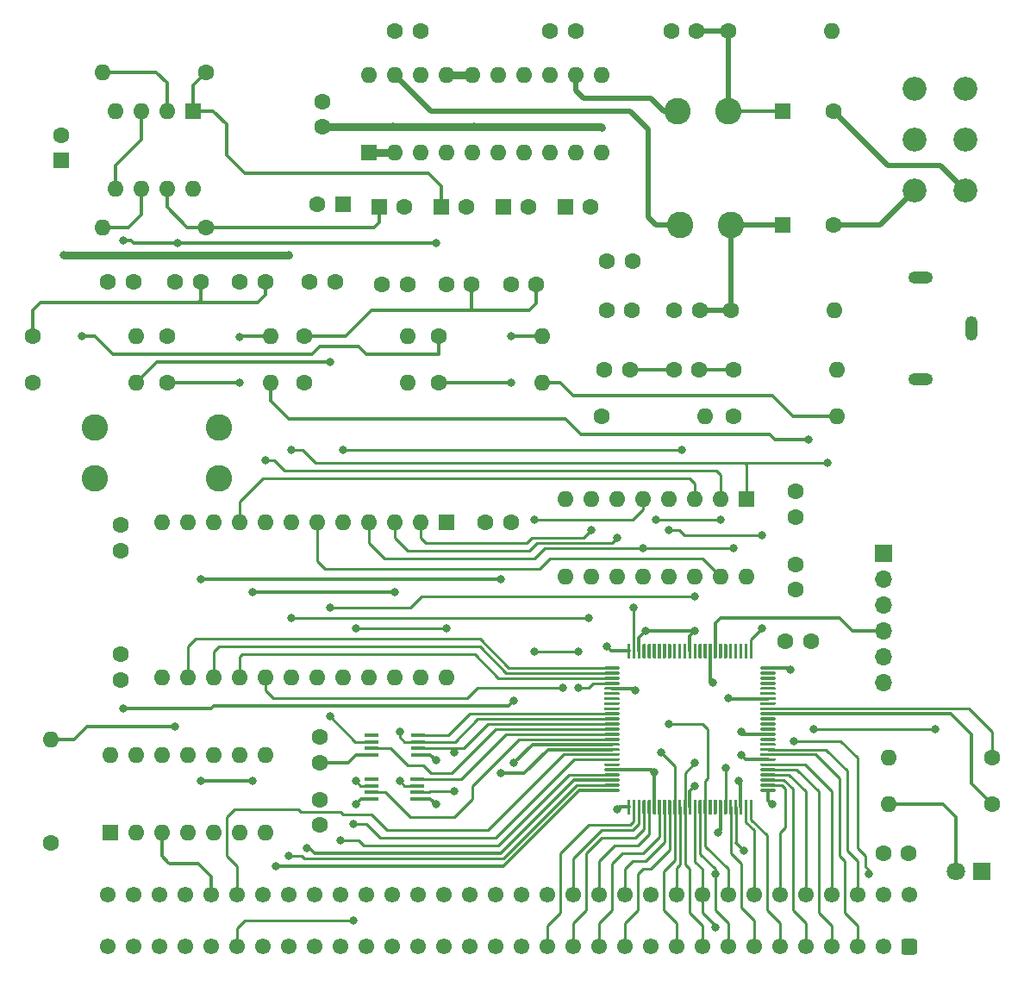
<source format=gtl>
G04 #@! TF.GenerationSoftware,KiCad,Pcbnew,(5.1.10)-1*
G04 #@! TF.CreationDate,2021-07-30T10:24:52+01:00*
G04 #@! TF.ProjectId,AudioYM2612,41756469-6f59-44d3-9236-31322e6b6963,rev?*
G04 #@! TF.SameCoordinates,Original*
G04 #@! TF.FileFunction,Copper,L1,Top*
G04 #@! TF.FilePolarity,Positive*
%FSLAX46Y46*%
G04 Gerber Fmt 4.6, Leading zero omitted, Abs format (unit mm)*
G04 Created by KiCad (PCBNEW (5.1.10)-1) date 2021-07-30 10:24:52*
%MOMM*%
%LPD*%
G01*
G04 APERTURE LIST*
G04 #@! TA.AperFunction,ComponentPad*
%ADD10O,1.700000X1.700000*%
G04 #@! TD*
G04 #@! TA.AperFunction,ComponentPad*
%ADD11R,1.700000X1.700000*%
G04 #@! TD*
G04 #@! TA.AperFunction,ComponentPad*
%ADD12O,2.416000X1.208000*%
G04 #@! TD*
G04 #@! TA.AperFunction,ComponentPad*
%ADD13O,1.208000X2.416000*%
G04 #@! TD*
G04 #@! TA.AperFunction,SMDPad,CuDef*
%ADD14R,1.397000X0.431800*%
G04 #@! TD*
G04 #@! TA.AperFunction,ComponentPad*
%ADD15O,1.600000X1.600000*%
G04 #@! TD*
G04 #@! TA.AperFunction,ComponentPad*
%ADD16R,1.600000X1.600000*%
G04 #@! TD*
G04 #@! TA.AperFunction,ComponentPad*
%ADD17C,2.340000*%
G04 #@! TD*
G04 #@! TA.AperFunction,ComponentPad*
%ADD18C,1.600000*%
G04 #@! TD*
G04 #@! TA.AperFunction,ComponentPad*
%ADD19C,2.600000*%
G04 #@! TD*
G04 #@! TA.AperFunction,ComponentPad*
%ADD20C,1.550000*%
G04 #@! TD*
G04 #@! TA.AperFunction,ComponentPad*
%ADD21C,1.800000*%
G04 #@! TD*
G04 #@! TA.AperFunction,ComponentPad*
%ADD22R,1.800000X1.800000*%
G04 #@! TD*
G04 #@! TA.AperFunction,ViaPad*
%ADD23C,0.800000*%
G04 #@! TD*
G04 #@! TA.AperFunction,Conductor*
%ADD24C,0.300000*%
G04 #@! TD*
G04 #@! TA.AperFunction,Conductor*
%ADD25C,0.500000*%
G04 #@! TD*
G04 #@! TA.AperFunction,Conductor*
%ADD26C,0.750000*%
G04 #@! TD*
G04 #@! TA.AperFunction,Conductor*
%ADD27C,0.250000*%
G04 #@! TD*
G04 APERTURE END LIST*
D10*
X186944000Y-118364000D03*
X186944000Y-115824000D03*
X186944000Y-113284000D03*
X186944000Y-110744000D03*
X186944000Y-108204000D03*
D11*
X186944000Y-105664000D03*
D12*
X190564000Y-88566000D03*
X190564000Y-78566000D03*
D13*
X195564000Y-83566000D03*
D14*
X136677400Y-129743200D03*
X136677400Y-129108200D03*
X136677400Y-128447800D03*
X136677400Y-127812800D03*
X141198600Y-127812800D03*
X141198600Y-128447800D03*
X141198600Y-129108200D03*
X141198600Y-129743200D03*
X136702800Y-125425200D03*
X136702800Y-124790200D03*
X136702800Y-124129800D03*
X136702800Y-123494800D03*
X141224000Y-123494800D03*
X141224000Y-124129800D03*
X141224000Y-124790200D03*
X141224000Y-125425200D03*
D15*
X136398000Y-58674000D03*
X159258000Y-66294000D03*
X138938000Y-58674000D03*
X156718000Y-66294000D03*
X141478000Y-58674000D03*
X154178000Y-66294000D03*
X144018000Y-58674000D03*
X151638000Y-66294000D03*
X146558000Y-58674000D03*
X149098000Y-66294000D03*
X149098000Y-58674000D03*
X146558000Y-66294000D03*
X151638000Y-58674000D03*
X144018000Y-66294000D03*
X154178000Y-58674000D03*
X141478000Y-66294000D03*
X156718000Y-58674000D03*
X138938000Y-66294000D03*
X159258000Y-58674000D03*
D16*
X136398000Y-66294000D03*
D15*
X119126000Y-69818000D03*
X111506000Y-62198000D03*
X116586000Y-69818000D03*
X114046000Y-62198000D03*
X114046000Y-69818000D03*
X116586000Y-62198000D03*
X111506000Y-69818000D03*
D16*
X119126000Y-62198000D03*
D15*
X173482000Y-107950000D03*
X155702000Y-100330000D03*
X170942000Y-107950000D03*
X158242000Y-100330000D03*
X168402000Y-107950000D03*
X160782000Y-100330000D03*
X165862000Y-107950000D03*
X163322000Y-100330000D03*
X163322000Y-107950000D03*
X165862000Y-100330000D03*
X160782000Y-107950000D03*
X168402000Y-100330000D03*
X158242000Y-107950000D03*
X170942000Y-100330000D03*
X155702000Y-107950000D03*
D16*
X173482000Y-100330000D03*
D15*
X144018000Y-117856000D03*
X116078000Y-102616000D03*
X141478000Y-117856000D03*
X118618000Y-102616000D03*
X138938000Y-117856000D03*
X121158000Y-102616000D03*
X136398000Y-117856000D03*
X123698000Y-102616000D03*
X133858000Y-117856000D03*
X126238000Y-102616000D03*
X131318000Y-117856000D03*
X128778000Y-102616000D03*
X128778000Y-117856000D03*
X131318000Y-102616000D03*
X126238000Y-117856000D03*
X133858000Y-102616000D03*
X123698000Y-117856000D03*
X136398000Y-102616000D03*
X121158000Y-117856000D03*
X138938000Y-102616000D03*
X118618000Y-117856000D03*
X141478000Y-102616000D03*
X116078000Y-117856000D03*
D16*
X144018000Y-102616000D03*
G04 #@! TA.AperFunction,SMDPad,CuDef*
G36*
G01*
X161800000Y-115893500D02*
X161800000Y-114568500D01*
G75*
G02*
X161875000Y-114493500I75000J0D01*
G01*
X162025000Y-114493500D01*
G75*
G02*
X162100000Y-114568500I0J-75000D01*
G01*
X162100000Y-115893500D01*
G75*
G02*
X162025000Y-115968500I-75000J0D01*
G01*
X161875000Y-115968500D01*
G75*
G02*
X161800000Y-115893500I0J75000D01*
G01*
G37*
G04 #@! TD.AperFunction*
G04 #@! TA.AperFunction,SMDPad,CuDef*
G36*
G01*
X162300000Y-115893500D02*
X162300000Y-114568500D01*
G75*
G02*
X162375000Y-114493500I75000J0D01*
G01*
X162525000Y-114493500D01*
G75*
G02*
X162600000Y-114568500I0J-75000D01*
G01*
X162600000Y-115893500D01*
G75*
G02*
X162525000Y-115968500I-75000J0D01*
G01*
X162375000Y-115968500D01*
G75*
G02*
X162300000Y-115893500I0J75000D01*
G01*
G37*
G04 #@! TD.AperFunction*
G04 #@! TA.AperFunction,SMDPad,CuDef*
G36*
G01*
X162800000Y-115893500D02*
X162800000Y-114568500D01*
G75*
G02*
X162875000Y-114493500I75000J0D01*
G01*
X163025000Y-114493500D01*
G75*
G02*
X163100000Y-114568500I0J-75000D01*
G01*
X163100000Y-115893500D01*
G75*
G02*
X163025000Y-115968500I-75000J0D01*
G01*
X162875000Y-115968500D01*
G75*
G02*
X162800000Y-115893500I0J75000D01*
G01*
G37*
G04 #@! TD.AperFunction*
G04 #@! TA.AperFunction,SMDPad,CuDef*
G36*
G01*
X163300000Y-115893500D02*
X163300000Y-114568500D01*
G75*
G02*
X163375000Y-114493500I75000J0D01*
G01*
X163525000Y-114493500D01*
G75*
G02*
X163600000Y-114568500I0J-75000D01*
G01*
X163600000Y-115893500D01*
G75*
G02*
X163525000Y-115968500I-75000J0D01*
G01*
X163375000Y-115968500D01*
G75*
G02*
X163300000Y-115893500I0J75000D01*
G01*
G37*
G04 #@! TD.AperFunction*
G04 #@! TA.AperFunction,SMDPad,CuDef*
G36*
G01*
X163800000Y-115893500D02*
X163800000Y-114568500D01*
G75*
G02*
X163875000Y-114493500I75000J0D01*
G01*
X164025000Y-114493500D01*
G75*
G02*
X164100000Y-114568500I0J-75000D01*
G01*
X164100000Y-115893500D01*
G75*
G02*
X164025000Y-115968500I-75000J0D01*
G01*
X163875000Y-115968500D01*
G75*
G02*
X163800000Y-115893500I0J75000D01*
G01*
G37*
G04 #@! TD.AperFunction*
G04 #@! TA.AperFunction,SMDPad,CuDef*
G36*
G01*
X164300000Y-115893500D02*
X164300000Y-114568500D01*
G75*
G02*
X164375000Y-114493500I75000J0D01*
G01*
X164525000Y-114493500D01*
G75*
G02*
X164600000Y-114568500I0J-75000D01*
G01*
X164600000Y-115893500D01*
G75*
G02*
X164525000Y-115968500I-75000J0D01*
G01*
X164375000Y-115968500D01*
G75*
G02*
X164300000Y-115893500I0J75000D01*
G01*
G37*
G04 #@! TD.AperFunction*
G04 #@! TA.AperFunction,SMDPad,CuDef*
G36*
G01*
X164800000Y-115893500D02*
X164800000Y-114568500D01*
G75*
G02*
X164875000Y-114493500I75000J0D01*
G01*
X165025000Y-114493500D01*
G75*
G02*
X165100000Y-114568500I0J-75000D01*
G01*
X165100000Y-115893500D01*
G75*
G02*
X165025000Y-115968500I-75000J0D01*
G01*
X164875000Y-115968500D01*
G75*
G02*
X164800000Y-115893500I0J75000D01*
G01*
G37*
G04 #@! TD.AperFunction*
G04 #@! TA.AperFunction,SMDPad,CuDef*
G36*
G01*
X165300000Y-115893500D02*
X165300000Y-114568500D01*
G75*
G02*
X165375000Y-114493500I75000J0D01*
G01*
X165525000Y-114493500D01*
G75*
G02*
X165600000Y-114568500I0J-75000D01*
G01*
X165600000Y-115893500D01*
G75*
G02*
X165525000Y-115968500I-75000J0D01*
G01*
X165375000Y-115968500D01*
G75*
G02*
X165300000Y-115893500I0J75000D01*
G01*
G37*
G04 #@! TD.AperFunction*
G04 #@! TA.AperFunction,SMDPad,CuDef*
G36*
G01*
X165800000Y-115893500D02*
X165800000Y-114568500D01*
G75*
G02*
X165875000Y-114493500I75000J0D01*
G01*
X166025000Y-114493500D01*
G75*
G02*
X166100000Y-114568500I0J-75000D01*
G01*
X166100000Y-115893500D01*
G75*
G02*
X166025000Y-115968500I-75000J0D01*
G01*
X165875000Y-115968500D01*
G75*
G02*
X165800000Y-115893500I0J75000D01*
G01*
G37*
G04 #@! TD.AperFunction*
G04 #@! TA.AperFunction,SMDPad,CuDef*
G36*
G01*
X166300000Y-115893500D02*
X166300000Y-114568500D01*
G75*
G02*
X166375000Y-114493500I75000J0D01*
G01*
X166525000Y-114493500D01*
G75*
G02*
X166600000Y-114568500I0J-75000D01*
G01*
X166600000Y-115893500D01*
G75*
G02*
X166525000Y-115968500I-75000J0D01*
G01*
X166375000Y-115968500D01*
G75*
G02*
X166300000Y-115893500I0J75000D01*
G01*
G37*
G04 #@! TD.AperFunction*
G04 #@! TA.AperFunction,SMDPad,CuDef*
G36*
G01*
X166800000Y-115893500D02*
X166800000Y-114568500D01*
G75*
G02*
X166875000Y-114493500I75000J0D01*
G01*
X167025000Y-114493500D01*
G75*
G02*
X167100000Y-114568500I0J-75000D01*
G01*
X167100000Y-115893500D01*
G75*
G02*
X167025000Y-115968500I-75000J0D01*
G01*
X166875000Y-115968500D01*
G75*
G02*
X166800000Y-115893500I0J75000D01*
G01*
G37*
G04 #@! TD.AperFunction*
G04 #@! TA.AperFunction,SMDPad,CuDef*
G36*
G01*
X167300000Y-115893500D02*
X167300000Y-114568500D01*
G75*
G02*
X167375000Y-114493500I75000J0D01*
G01*
X167525000Y-114493500D01*
G75*
G02*
X167600000Y-114568500I0J-75000D01*
G01*
X167600000Y-115893500D01*
G75*
G02*
X167525000Y-115968500I-75000J0D01*
G01*
X167375000Y-115968500D01*
G75*
G02*
X167300000Y-115893500I0J75000D01*
G01*
G37*
G04 #@! TD.AperFunction*
G04 #@! TA.AperFunction,SMDPad,CuDef*
G36*
G01*
X167800000Y-115893500D02*
X167800000Y-114568500D01*
G75*
G02*
X167875000Y-114493500I75000J0D01*
G01*
X168025000Y-114493500D01*
G75*
G02*
X168100000Y-114568500I0J-75000D01*
G01*
X168100000Y-115893500D01*
G75*
G02*
X168025000Y-115968500I-75000J0D01*
G01*
X167875000Y-115968500D01*
G75*
G02*
X167800000Y-115893500I0J75000D01*
G01*
G37*
G04 #@! TD.AperFunction*
G04 #@! TA.AperFunction,SMDPad,CuDef*
G36*
G01*
X168300000Y-115893500D02*
X168300000Y-114568500D01*
G75*
G02*
X168375000Y-114493500I75000J0D01*
G01*
X168525000Y-114493500D01*
G75*
G02*
X168600000Y-114568500I0J-75000D01*
G01*
X168600000Y-115893500D01*
G75*
G02*
X168525000Y-115968500I-75000J0D01*
G01*
X168375000Y-115968500D01*
G75*
G02*
X168300000Y-115893500I0J75000D01*
G01*
G37*
G04 #@! TD.AperFunction*
G04 #@! TA.AperFunction,SMDPad,CuDef*
G36*
G01*
X168800000Y-115893500D02*
X168800000Y-114568500D01*
G75*
G02*
X168875000Y-114493500I75000J0D01*
G01*
X169025000Y-114493500D01*
G75*
G02*
X169100000Y-114568500I0J-75000D01*
G01*
X169100000Y-115893500D01*
G75*
G02*
X169025000Y-115968500I-75000J0D01*
G01*
X168875000Y-115968500D01*
G75*
G02*
X168800000Y-115893500I0J75000D01*
G01*
G37*
G04 #@! TD.AperFunction*
G04 #@! TA.AperFunction,SMDPad,CuDef*
G36*
G01*
X169300000Y-115893500D02*
X169300000Y-114568500D01*
G75*
G02*
X169375000Y-114493500I75000J0D01*
G01*
X169525000Y-114493500D01*
G75*
G02*
X169600000Y-114568500I0J-75000D01*
G01*
X169600000Y-115893500D01*
G75*
G02*
X169525000Y-115968500I-75000J0D01*
G01*
X169375000Y-115968500D01*
G75*
G02*
X169300000Y-115893500I0J75000D01*
G01*
G37*
G04 #@! TD.AperFunction*
G04 #@! TA.AperFunction,SMDPad,CuDef*
G36*
G01*
X169800000Y-115893500D02*
X169800000Y-114568500D01*
G75*
G02*
X169875000Y-114493500I75000J0D01*
G01*
X170025000Y-114493500D01*
G75*
G02*
X170100000Y-114568500I0J-75000D01*
G01*
X170100000Y-115893500D01*
G75*
G02*
X170025000Y-115968500I-75000J0D01*
G01*
X169875000Y-115968500D01*
G75*
G02*
X169800000Y-115893500I0J75000D01*
G01*
G37*
G04 #@! TD.AperFunction*
G04 #@! TA.AperFunction,SMDPad,CuDef*
G36*
G01*
X170300000Y-115893500D02*
X170300000Y-114568500D01*
G75*
G02*
X170375000Y-114493500I75000J0D01*
G01*
X170525000Y-114493500D01*
G75*
G02*
X170600000Y-114568500I0J-75000D01*
G01*
X170600000Y-115893500D01*
G75*
G02*
X170525000Y-115968500I-75000J0D01*
G01*
X170375000Y-115968500D01*
G75*
G02*
X170300000Y-115893500I0J75000D01*
G01*
G37*
G04 #@! TD.AperFunction*
G04 #@! TA.AperFunction,SMDPad,CuDef*
G36*
G01*
X170800000Y-115893500D02*
X170800000Y-114568500D01*
G75*
G02*
X170875000Y-114493500I75000J0D01*
G01*
X171025000Y-114493500D01*
G75*
G02*
X171100000Y-114568500I0J-75000D01*
G01*
X171100000Y-115893500D01*
G75*
G02*
X171025000Y-115968500I-75000J0D01*
G01*
X170875000Y-115968500D01*
G75*
G02*
X170800000Y-115893500I0J75000D01*
G01*
G37*
G04 #@! TD.AperFunction*
G04 #@! TA.AperFunction,SMDPad,CuDef*
G36*
G01*
X171300000Y-115893500D02*
X171300000Y-114568500D01*
G75*
G02*
X171375000Y-114493500I75000J0D01*
G01*
X171525000Y-114493500D01*
G75*
G02*
X171600000Y-114568500I0J-75000D01*
G01*
X171600000Y-115893500D01*
G75*
G02*
X171525000Y-115968500I-75000J0D01*
G01*
X171375000Y-115968500D01*
G75*
G02*
X171300000Y-115893500I0J75000D01*
G01*
G37*
G04 #@! TD.AperFunction*
G04 #@! TA.AperFunction,SMDPad,CuDef*
G36*
G01*
X171800000Y-115893500D02*
X171800000Y-114568500D01*
G75*
G02*
X171875000Y-114493500I75000J0D01*
G01*
X172025000Y-114493500D01*
G75*
G02*
X172100000Y-114568500I0J-75000D01*
G01*
X172100000Y-115893500D01*
G75*
G02*
X172025000Y-115968500I-75000J0D01*
G01*
X171875000Y-115968500D01*
G75*
G02*
X171800000Y-115893500I0J75000D01*
G01*
G37*
G04 #@! TD.AperFunction*
G04 #@! TA.AperFunction,SMDPad,CuDef*
G36*
G01*
X172300000Y-115893500D02*
X172300000Y-114568500D01*
G75*
G02*
X172375000Y-114493500I75000J0D01*
G01*
X172525000Y-114493500D01*
G75*
G02*
X172600000Y-114568500I0J-75000D01*
G01*
X172600000Y-115893500D01*
G75*
G02*
X172525000Y-115968500I-75000J0D01*
G01*
X172375000Y-115968500D01*
G75*
G02*
X172300000Y-115893500I0J75000D01*
G01*
G37*
G04 #@! TD.AperFunction*
G04 #@! TA.AperFunction,SMDPad,CuDef*
G36*
G01*
X172800000Y-115893500D02*
X172800000Y-114568500D01*
G75*
G02*
X172875000Y-114493500I75000J0D01*
G01*
X173025000Y-114493500D01*
G75*
G02*
X173100000Y-114568500I0J-75000D01*
G01*
X173100000Y-115893500D01*
G75*
G02*
X173025000Y-115968500I-75000J0D01*
G01*
X172875000Y-115968500D01*
G75*
G02*
X172800000Y-115893500I0J75000D01*
G01*
G37*
G04 #@! TD.AperFunction*
G04 #@! TA.AperFunction,SMDPad,CuDef*
G36*
G01*
X173300000Y-115893500D02*
X173300000Y-114568500D01*
G75*
G02*
X173375000Y-114493500I75000J0D01*
G01*
X173525000Y-114493500D01*
G75*
G02*
X173600000Y-114568500I0J-75000D01*
G01*
X173600000Y-115893500D01*
G75*
G02*
X173525000Y-115968500I-75000J0D01*
G01*
X173375000Y-115968500D01*
G75*
G02*
X173300000Y-115893500I0J75000D01*
G01*
G37*
G04 #@! TD.AperFunction*
G04 #@! TA.AperFunction,SMDPad,CuDef*
G36*
G01*
X173800000Y-115893500D02*
X173800000Y-114568500D01*
G75*
G02*
X173875000Y-114493500I75000J0D01*
G01*
X174025000Y-114493500D01*
G75*
G02*
X174100000Y-114568500I0J-75000D01*
G01*
X174100000Y-115893500D01*
G75*
G02*
X174025000Y-115968500I-75000J0D01*
G01*
X173875000Y-115968500D01*
G75*
G02*
X173800000Y-115893500I0J75000D01*
G01*
G37*
G04 #@! TD.AperFunction*
G04 #@! TA.AperFunction,SMDPad,CuDef*
G36*
G01*
X174875000Y-116968500D02*
X174875000Y-116818500D01*
G75*
G02*
X174950000Y-116743500I75000J0D01*
G01*
X176275000Y-116743500D01*
G75*
G02*
X176350000Y-116818500I0J-75000D01*
G01*
X176350000Y-116968500D01*
G75*
G02*
X176275000Y-117043500I-75000J0D01*
G01*
X174950000Y-117043500D01*
G75*
G02*
X174875000Y-116968500I0J75000D01*
G01*
G37*
G04 #@! TD.AperFunction*
G04 #@! TA.AperFunction,SMDPad,CuDef*
G36*
G01*
X174875000Y-117468500D02*
X174875000Y-117318500D01*
G75*
G02*
X174950000Y-117243500I75000J0D01*
G01*
X176275000Y-117243500D01*
G75*
G02*
X176350000Y-117318500I0J-75000D01*
G01*
X176350000Y-117468500D01*
G75*
G02*
X176275000Y-117543500I-75000J0D01*
G01*
X174950000Y-117543500D01*
G75*
G02*
X174875000Y-117468500I0J75000D01*
G01*
G37*
G04 #@! TD.AperFunction*
G04 #@! TA.AperFunction,SMDPad,CuDef*
G36*
G01*
X174875000Y-117968500D02*
X174875000Y-117818500D01*
G75*
G02*
X174950000Y-117743500I75000J0D01*
G01*
X176275000Y-117743500D01*
G75*
G02*
X176350000Y-117818500I0J-75000D01*
G01*
X176350000Y-117968500D01*
G75*
G02*
X176275000Y-118043500I-75000J0D01*
G01*
X174950000Y-118043500D01*
G75*
G02*
X174875000Y-117968500I0J75000D01*
G01*
G37*
G04 #@! TD.AperFunction*
G04 #@! TA.AperFunction,SMDPad,CuDef*
G36*
G01*
X174875000Y-118468500D02*
X174875000Y-118318500D01*
G75*
G02*
X174950000Y-118243500I75000J0D01*
G01*
X176275000Y-118243500D01*
G75*
G02*
X176350000Y-118318500I0J-75000D01*
G01*
X176350000Y-118468500D01*
G75*
G02*
X176275000Y-118543500I-75000J0D01*
G01*
X174950000Y-118543500D01*
G75*
G02*
X174875000Y-118468500I0J75000D01*
G01*
G37*
G04 #@! TD.AperFunction*
G04 #@! TA.AperFunction,SMDPad,CuDef*
G36*
G01*
X174875000Y-118968500D02*
X174875000Y-118818500D01*
G75*
G02*
X174950000Y-118743500I75000J0D01*
G01*
X176275000Y-118743500D01*
G75*
G02*
X176350000Y-118818500I0J-75000D01*
G01*
X176350000Y-118968500D01*
G75*
G02*
X176275000Y-119043500I-75000J0D01*
G01*
X174950000Y-119043500D01*
G75*
G02*
X174875000Y-118968500I0J75000D01*
G01*
G37*
G04 #@! TD.AperFunction*
G04 #@! TA.AperFunction,SMDPad,CuDef*
G36*
G01*
X174875000Y-119468500D02*
X174875000Y-119318500D01*
G75*
G02*
X174950000Y-119243500I75000J0D01*
G01*
X176275000Y-119243500D01*
G75*
G02*
X176350000Y-119318500I0J-75000D01*
G01*
X176350000Y-119468500D01*
G75*
G02*
X176275000Y-119543500I-75000J0D01*
G01*
X174950000Y-119543500D01*
G75*
G02*
X174875000Y-119468500I0J75000D01*
G01*
G37*
G04 #@! TD.AperFunction*
G04 #@! TA.AperFunction,SMDPad,CuDef*
G36*
G01*
X174875000Y-119968500D02*
X174875000Y-119818500D01*
G75*
G02*
X174950000Y-119743500I75000J0D01*
G01*
X176275000Y-119743500D01*
G75*
G02*
X176350000Y-119818500I0J-75000D01*
G01*
X176350000Y-119968500D01*
G75*
G02*
X176275000Y-120043500I-75000J0D01*
G01*
X174950000Y-120043500D01*
G75*
G02*
X174875000Y-119968500I0J75000D01*
G01*
G37*
G04 #@! TD.AperFunction*
G04 #@! TA.AperFunction,SMDPad,CuDef*
G36*
G01*
X174875000Y-120468500D02*
X174875000Y-120318500D01*
G75*
G02*
X174950000Y-120243500I75000J0D01*
G01*
X176275000Y-120243500D01*
G75*
G02*
X176350000Y-120318500I0J-75000D01*
G01*
X176350000Y-120468500D01*
G75*
G02*
X176275000Y-120543500I-75000J0D01*
G01*
X174950000Y-120543500D01*
G75*
G02*
X174875000Y-120468500I0J75000D01*
G01*
G37*
G04 #@! TD.AperFunction*
G04 #@! TA.AperFunction,SMDPad,CuDef*
G36*
G01*
X174875000Y-120968500D02*
X174875000Y-120818500D01*
G75*
G02*
X174950000Y-120743500I75000J0D01*
G01*
X176275000Y-120743500D01*
G75*
G02*
X176350000Y-120818500I0J-75000D01*
G01*
X176350000Y-120968500D01*
G75*
G02*
X176275000Y-121043500I-75000J0D01*
G01*
X174950000Y-121043500D01*
G75*
G02*
X174875000Y-120968500I0J75000D01*
G01*
G37*
G04 #@! TD.AperFunction*
G04 #@! TA.AperFunction,SMDPad,CuDef*
G36*
G01*
X174875000Y-121468500D02*
X174875000Y-121318500D01*
G75*
G02*
X174950000Y-121243500I75000J0D01*
G01*
X176275000Y-121243500D01*
G75*
G02*
X176350000Y-121318500I0J-75000D01*
G01*
X176350000Y-121468500D01*
G75*
G02*
X176275000Y-121543500I-75000J0D01*
G01*
X174950000Y-121543500D01*
G75*
G02*
X174875000Y-121468500I0J75000D01*
G01*
G37*
G04 #@! TD.AperFunction*
G04 #@! TA.AperFunction,SMDPad,CuDef*
G36*
G01*
X174875000Y-121968500D02*
X174875000Y-121818500D01*
G75*
G02*
X174950000Y-121743500I75000J0D01*
G01*
X176275000Y-121743500D01*
G75*
G02*
X176350000Y-121818500I0J-75000D01*
G01*
X176350000Y-121968500D01*
G75*
G02*
X176275000Y-122043500I-75000J0D01*
G01*
X174950000Y-122043500D01*
G75*
G02*
X174875000Y-121968500I0J75000D01*
G01*
G37*
G04 #@! TD.AperFunction*
G04 #@! TA.AperFunction,SMDPad,CuDef*
G36*
G01*
X174875000Y-122468500D02*
X174875000Y-122318500D01*
G75*
G02*
X174950000Y-122243500I75000J0D01*
G01*
X176275000Y-122243500D01*
G75*
G02*
X176350000Y-122318500I0J-75000D01*
G01*
X176350000Y-122468500D01*
G75*
G02*
X176275000Y-122543500I-75000J0D01*
G01*
X174950000Y-122543500D01*
G75*
G02*
X174875000Y-122468500I0J75000D01*
G01*
G37*
G04 #@! TD.AperFunction*
G04 #@! TA.AperFunction,SMDPad,CuDef*
G36*
G01*
X174875000Y-122968500D02*
X174875000Y-122818500D01*
G75*
G02*
X174950000Y-122743500I75000J0D01*
G01*
X176275000Y-122743500D01*
G75*
G02*
X176350000Y-122818500I0J-75000D01*
G01*
X176350000Y-122968500D01*
G75*
G02*
X176275000Y-123043500I-75000J0D01*
G01*
X174950000Y-123043500D01*
G75*
G02*
X174875000Y-122968500I0J75000D01*
G01*
G37*
G04 #@! TD.AperFunction*
G04 #@! TA.AperFunction,SMDPad,CuDef*
G36*
G01*
X174875000Y-123468500D02*
X174875000Y-123318500D01*
G75*
G02*
X174950000Y-123243500I75000J0D01*
G01*
X176275000Y-123243500D01*
G75*
G02*
X176350000Y-123318500I0J-75000D01*
G01*
X176350000Y-123468500D01*
G75*
G02*
X176275000Y-123543500I-75000J0D01*
G01*
X174950000Y-123543500D01*
G75*
G02*
X174875000Y-123468500I0J75000D01*
G01*
G37*
G04 #@! TD.AperFunction*
G04 #@! TA.AperFunction,SMDPad,CuDef*
G36*
G01*
X174875000Y-123968500D02*
X174875000Y-123818500D01*
G75*
G02*
X174950000Y-123743500I75000J0D01*
G01*
X176275000Y-123743500D01*
G75*
G02*
X176350000Y-123818500I0J-75000D01*
G01*
X176350000Y-123968500D01*
G75*
G02*
X176275000Y-124043500I-75000J0D01*
G01*
X174950000Y-124043500D01*
G75*
G02*
X174875000Y-123968500I0J75000D01*
G01*
G37*
G04 #@! TD.AperFunction*
G04 #@! TA.AperFunction,SMDPad,CuDef*
G36*
G01*
X174875000Y-124468500D02*
X174875000Y-124318500D01*
G75*
G02*
X174950000Y-124243500I75000J0D01*
G01*
X176275000Y-124243500D01*
G75*
G02*
X176350000Y-124318500I0J-75000D01*
G01*
X176350000Y-124468500D01*
G75*
G02*
X176275000Y-124543500I-75000J0D01*
G01*
X174950000Y-124543500D01*
G75*
G02*
X174875000Y-124468500I0J75000D01*
G01*
G37*
G04 #@! TD.AperFunction*
G04 #@! TA.AperFunction,SMDPad,CuDef*
G36*
G01*
X174875000Y-124968500D02*
X174875000Y-124818500D01*
G75*
G02*
X174950000Y-124743500I75000J0D01*
G01*
X176275000Y-124743500D01*
G75*
G02*
X176350000Y-124818500I0J-75000D01*
G01*
X176350000Y-124968500D01*
G75*
G02*
X176275000Y-125043500I-75000J0D01*
G01*
X174950000Y-125043500D01*
G75*
G02*
X174875000Y-124968500I0J75000D01*
G01*
G37*
G04 #@! TD.AperFunction*
G04 #@! TA.AperFunction,SMDPad,CuDef*
G36*
G01*
X174875000Y-125468500D02*
X174875000Y-125318500D01*
G75*
G02*
X174950000Y-125243500I75000J0D01*
G01*
X176275000Y-125243500D01*
G75*
G02*
X176350000Y-125318500I0J-75000D01*
G01*
X176350000Y-125468500D01*
G75*
G02*
X176275000Y-125543500I-75000J0D01*
G01*
X174950000Y-125543500D01*
G75*
G02*
X174875000Y-125468500I0J75000D01*
G01*
G37*
G04 #@! TD.AperFunction*
G04 #@! TA.AperFunction,SMDPad,CuDef*
G36*
G01*
X174875000Y-125968500D02*
X174875000Y-125818500D01*
G75*
G02*
X174950000Y-125743500I75000J0D01*
G01*
X176275000Y-125743500D01*
G75*
G02*
X176350000Y-125818500I0J-75000D01*
G01*
X176350000Y-125968500D01*
G75*
G02*
X176275000Y-126043500I-75000J0D01*
G01*
X174950000Y-126043500D01*
G75*
G02*
X174875000Y-125968500I0J75000D01*
G01*
G37*
G04 #@! TD.AperFunction*
G04 #@! TA.AperFunction,SMDPad,CuDef*
G36*
G01*
X174875000Y-126468500D02*
X174875000Y-126318500D01*
G75*
G02*
X174950000Y-126243500I75000J0D01*
G01*
X176275000Y-126243500D01*
G75*
G02*
X176350000Y-126318500I0J-75000D01*
G01*
X176350000Y-126468500D01*
G75*
G02*
X176275000Y-126543500I-75000J0D01*
G01*
X174950000Y-126543500D01*
G75*
G02*
X174875000Y-126468500I0J75000D01*
G01*
G37*
G04 #@! TD.AperFunction*
G04 #@! TA.AperFunction,SMDPad,CuDef*
G36*
G01*
X174875000Y-126968500D02*
X174875000Y-126818500D01*
G75*
G02*
X174950000Y-126743500I75000J0D01*
G01*
X176275000Y-126743500D01*
G75*
G02*
X176350000Y-126818500I0J-75000D01*
G01*
X176350000Y-126968500D01*
G75*
G02*
X176275000Y-127043500I-75000J0D01*
G01*
X174950000Y-127043500D01*
G75*
G02*
X174875000Y-126968500I0J75000D01*
G01*
G37*
G04 #@! TD.AperFunction*
G04 #@! TA.AperFunction,SMDPad,CuDef*
G36*
G01*
X174875000Y-127468500D02*
X174875000Y-127318500D01*
G75*
G02*
X174950000Y-127243500I75000J0D01*
G01*
X176275000Y-127243500D01*
G75*
G02*
X176350000Y-127318500I0J-75000D01*
G01*
X176350000Y-127468500D01*
G75*
G02*
X176275000Y-127543500I-75000J0D01*
G01*
X174950000Y-127543500D01*
G75*
G02*
X174875000Y-127468500I0J75000D01*
G01*
G37*
G04 #@! TD.AperFunction*
G04 #@! TA.AperFunction,SMDPad,CuDef*
G36*
G01*
X174875000Y-127968500D02*
X174875000Y-127818500D01*
G75*
G02*
X174950000Y-127743500I75000J0D01*
G01*
X176275000Y-127743500D01*
G75*
G02*
X176350000Y-127818500I0J-75000D01*
G01*
X176350000Y-127968500D01*
G75*
G02*
X176275000Y-128043500I-75000J0D01*
G01*
X174950000Y-128043500D01*
G75*
G02*
X174875000Y-127968500I0J75000D01*
G01*
G37*
G04 #@! TD.AperFunction*
G04 #@! TA.AperFunction,SMDPad,CuDef*
G36*
G01*
X174875000Y-128468500D02*
X174875000Y-128318500D01*
G75*
G02*
X174950000Y-128243500I75000J0D01*
G01*
X176275000Y-128243500D01*
G75*
G02*
X176350000Y-128318500I0J-75000D01*
G01*
X176350000Y-128468500D01*
G75*
G02*
X176275000Y-128543500I-75000J0D01*
G01*
X174950000Y-128543500D01*
G75*
G02*
X174875000Y-128468500I0J75000D01*
G01*
G37*
G04 #@! TD.AperFunction*
G04 #@! TA.AperFunction,SMDPad,CuDef*
G36*
G01*
X174875000Y-128968500D02*
X174875000Y-128818500D01*
G75*
G02*
X174950000Y-128743500I75000J0D01*
G01*
X176275000Y-128743500D01*
G75*
G02*
X176350000Y-128818500I0J-75000D01*
G01*
X176350000Y-128968500D01*
G75*
G02*
X176275000Y-129043500I-75000J0D01*
G01*
X174950000Y-129043500D01*
G75*
G02*
X174875000Y-128968500I0J75000D01*
G01*
G37*
G04 #@! TD.AperFunction*
G04 #@! TA.AperFunction,SMDPad,CuDef*
G36*
G01*
X173800000Y-131218500D02*
X173800000Y-129893500D01*
G75*
G02*
X173875000Y-129818500I75000J0D01*
G01*
X174025000Y-129818500D01*
G75*
G02*
X174100000Y-129893500I0J-75000D01*
G01*
X174100000Y-131218500D01*
G75*
G02*
X174025000Y-131293500I-75000J0D01*
G01*
X173875000Y-131293500D01*
G75*
G02*
X173800000Y-131218500I0J75000D01*
G01*
G37*
G04 #@! TD.AperFunction*
G04 #@! TA.AperFunction,SMDPad,CuDef*
G36*
G01*
X173300000Y-131218500D02*
X173300000Y-129893500D01*
G75*
G02*
X173375000Y-129818500I75000J0D01*
G01*
X173525000Y-129818500D01*
G75*
G02*
X173600000Y-129893500I0J-75000D01*
G01*
X173600000Y-131218500D01*
G75*
G02*
X173525000Y-131293500I-75000J0D01*
G01*
X173375000Y-131293500D01*
G75*
G02*
X173300000Y-131218500I0J75000D01*
G01*
G37*
G04 #@! TD.AperFunction*
G04 #@! TA.AperFunction,SMDPad,CuDef*
G36*
G01*
X172800000Y-131218500D02*
X172800000Y-129893500D01*
G75*
G02*
X172875000Y-129818500I75000J0D01*
G01*
X173025000Y-129818500D01*
G75*
G02*
X173100000Y-129893500I0J-75000D01*
G01*
X173100000Y-131218500D01*
G75*
G02*
X173025000Y-131293500I-75000J0D01*
G01*
X172875000Y-131293500D01*
G75*
G02*
X172800000Y-131218500I0J75000D01*
G01*
G37*
G04 #@! TD.AperFunction*
G04 #@! TA.AperFunction,SMDPad,CuDef*
G36*
G01*
X172300000Y-131218500D02*
X172300000Y-129893500D01*
G75*
G02*
X172375000Y-129818500I75000J0D01*
G01*
X172525000Y-129818500D01*
G75*
G02*
X172600000Y-129893500I0J-75000D01*
G01*
X172600000Y-131218500D01*
G75*
G02*
X172525000Y-131293500I-75000J0D01*
G01*
X172375000Y-131293500D01*
G75*
G02*
X172300000Y-131218500I0J75000D01*
G01*
G37*
G04 #@! TD.AperFunction*
G04 #@! TA.AperFunction,SMDPad,CuDef*
G36*
G01*
X171800000Y-131218500D02*
X171800000Y-129893500D01*
G75*
G02*
X171875000Y-129818500I75000J0D01*
G01*
X172025000Y-129818500D01*
G75*
G02*
X172100000Y-129893500I0J-75000D01*
G01*
X172100000Y-131218500D01*
G75*
G02*
X172025000Y-131293500I-75000J0D01*
G01*
X171875000Y-131293500D01*
G75*
G02*
X171800000Y-131218500I0J75000D01*
G01*
G37*
G04 #@! TD.AperFunction*
G04 #@! TA.AperFunction,SMDPad,CuDef*
G36*
G01*
X171300000Y-131218500D02*
X171300000Y-129893500D01*
G75*
G02*
X171375000Y-129818500I75000J0D01*
G01*
X171525000Y-129818500D01*
G75*
G02*
X171600000Y-129893500I0J-75000D01*
G01*
X171600000Y-131218500D01*
G75*
G02*
X171525000Y-131293500I-75000J0D01*
G01*
X171375000Y-131293500D01*
G75*
G02*
X171300000Y-131218500I0J75000D01*
G01*
G37*
G04 #@! TD.AperFunction*
G04 #@! TA.AperFunction,SMDPad,CuDef*
G36*
G01*
X170800000Y-131218500D02*
X170800000Y-129893500D01*
G75*
G02*
X170875000Y-129818500I75000J0D01*
G01*
X171025000Y-129818500D01*
G75*
G02*
X171100000Y-129893500I0J-75000D01*
G01*
X171100000Y-131218500D01*
G75*
G02*
X171025000Y-131293500I-75000J0D01*
G01*
X170875000Y-131293500D01*
G75*
G02*
X170800000Y-131218500I0J75000D01*
G01*
G37*
G04 #@! TD.AperFunction*
G04 #@! TA.AperFunction,SMDPad,CuDef*
G36*
G01*
X170300000Y-131218500D02*
X170300000Y-129893500D01*
G75*
G02*
X170375000Y-129818500I75000J0D01*
G01*
X170525000Y-129818500D01*
G75*
G02*
X170600000Y-129893500I0J-75000D01*
G01*
X170600000Y-131218500D01*
G75*
G02*
X170525000Y-131293500I-75000J0D01*
G01*
X170375000Y-131293500D01*
G75*
G02*
X170300000Y-131218500I0J75000D01*
G01*
G37*
G04 #@! TD.AperFunction*
G04 #@! TA.AperFunction,SMDPad,CuDef*
G36*
G01*
X169800000Y-131218500D02*
X169800000Y-129893500D01*
G75*
G02*
X169875000Y-129818500I75000J0D01*
G01*
X170025000Y-129818500D01*
G75*
G02*
X170100000Y-129893500I0J-75000D01*
G01*
X170100000Y-131218500D01*
G75*
G02*
X170025000Y-131293500I-75000J0D01*
G01*
X169875000Y-131293500D01*
G75*
G02*
X169800000Y-131218500I0J75000D01*
G01*
G37*
G04 #@! TD.AperFunction*
G04 #@! TA.AperFunction,SMDPad,CuDef*
G36*
G01*
X169300000Y-131218500D02*
X169300000Y-129893500D01*
G75*
G02*
X169375000Y-129818500I75000J0D01*
G01*
X169525000Y-129818500D01*
G75*
G02*
X169600000Y-129893500I0J-75000D01*
G01*
X169600000Y-131218500D01*
G75*
G02*
X169525000Y-131293500I-75000J0D01*
G01*
X169375000Y-131293500D01*
G75*
G02*
X169300000Y-131218500I0J75000D01*
G01*
G37*
G04 #@! TD.AperFunction*
G04 #@! TA.AperFunction,SMDPad,CuDef*
G36*
G01*
X168800000Y-131218500D02*
X168800000Y-129893500D01*
G75*
G02*
X168875000Y-129818500I75000J0D01*
G01*
X169025000Y-129818500D01*
G75*
G02*
X169100000Y-129893500I0J-75000D01*
G01*
X169100000Y-131218500D01*
G75*
G02*
X169025000Y-131293500I-75000J0D01*
G01*
X168875000Y-131293500D01*
G75*
G02*
X168800000Y-131218500I0J75000D01*
G01*
G37*
G04 #@! TD.AperFunction*
G04 #@! TA.AperFunction,SMDPad,CuDef*
G36*
G01*
X168300000Y-131218500D02*
X168300000Y-129893500D01*
G75*
G02*
X168375000Y-129818500I75000J0D01*
G01*
X168525000Y-129818500D01*
G75*
G02*
X168600000Y-129893500I0J-75000D01*
G01*
X168600000Y-131218500D01*
G75*
G02*
X168525000Y-131293500I-75000J0D01*
G01*
X168375000Y-131293500D01*
G75*
G02*
X168300000Y-131218500I0J75000D01*
G01*
G37*
G04 #@! TD.AperFunction*
G04 #@! TA.AperFunction,SMDPad,CuDef*
G36*
G01*
X167800000Y-131218500D02*
X167800000Y-129893500D01*
G75*
G02*
X167875000Y-129818500I75000J0D01*
G01*
X168025000Y-129818500D01*
G75*
G02*
X168100000Y-129893500I0J-75000D01*
G01*
X168100000Y-131218500D01*
G75*
G02*
X168025000Y-131293500I-75000J0D01*
G01*
X167875000Y-131293500D01*
G75*
G02*
X167800000Y-131218500I0J75000D01*
G01*
G37*
G04 #@! TD.AperFunction*
G04 #@! TA.AperFunction,SMDPad,CuDef*
G36*
G01*
X167300000Y-131218500D02*
X167300000Y-129893500D01*
G75*
G02*
X167375000Y-129818500I75000J0D01*
G01*
X167525000Y-129818500D01*
G75*
G02*
X167600000Y-129893500I0J-75000D01*
G01*
X167600000Y-131218500D01*
G75*
G02*
X167525000Y-131293500I-75000J0D01*
G01*
X167375000Y-131293500D01*
G75*
G02*
X167300000Y-131218500I0J75000D01*
G01*
G37*
G04 #@! TD.AperFunction*
G04 #@! TA.AperFunction,SMDPad,CuDef*
G36*
G01*
X166800000Y-131218500D02*
X166800000Y-129893500D01*
G75*
G02*
X166875000Y-129818500I75000J0D01*
G01*
X167025000Y-129818500D01*
G75*
G02*
X167100000Y-129893500I0J-75000D01*
G01*
X167100000Y-131218500D01*
G75*
G02*
X167025000Y-131293500I-75000J0D01*
G01*
X166875000Y-131293500D01*
G75*
G02*
X166800000Y-131218500I0J75000D01*
G01*
G37*
G04 #@! TD.AperFunction*
G04 #@! TA.AperFunction,SMDPad,CuDef*
G36*
G01*
X166300000Y-131218500D02*
X166300000Y-129893500D01*
G75*
G02*
X166375000Y-129818500I75000J0D01*
G01*
X166525000Y-129818500D01*
G75*
G02*
X166600000Y-129893500I0J-75000D01*
G01*
X166600000Y-131218500D01*
G75*
G02*
X166525000Y-131293500I-75000J0D01*
G01*
X166375000Y-131293500D01*
G75*
G02*
X166300000Y-131218500I0J75000D01*
G01*
G37*
G04 #@! TD.AperFunction*
G04 #@! TA.AperFunction,SMDPad,CuDef*
G36*
G01*
X165800000Y-131218500D02*
X165800000Y-129893500D01*
G75*
G02*
X165875000Y-129818500I75000J0D01*
G01*
X166025000Y-129818500D01*
G75*
G02*
X166100000Y-129893500I0J-75000D01*
G01*
X166100000Y-131218500D01*
G75*
G02*
X166025000Y-131293500I-75000J0D01*
G01*
X165875000Y-131293500D01*
G75*
G02*
X165800000Y-131218500I0J75000D01*
G01*
G37*
G04 #@! TD.AperFunction*
G04 #@! TA.AperFunction,SMDPad,CuDef*
G36*
G01*
X165300000Y-131218500D02*
X165300000Y-129893500D01*
G75*
G02*
X165375000Y-129818500I75000J0D01*
G01*
X165525000Y-129818500D01*
G75*
G02*
X165600000Y-129893500I0J-75000D01*
G01*
X165600000Y-131218500D01*
G75*
G02*
X165525000Y-131293500I-75000J0D01*
G01*
X165375000Y-131293500D01*
G75*
G02*
X165300000Y-131218500I0J75000D01*
G01*
G37*
G04 #@! TD.AperFunction*
G04 #@! TA.AperFunction,SMDPad,CuDef*
G36*
G01*
X164800000Y-131218500D02*
X164800000Y-129893500D01*
G75*
G02*
X164875000Y-129818500I75000J0D01*
G01*
X165025000Y-129818500D01*
G75*
G02*
X165100000Y-129893500I0J-75000D01*
G01*
X165100000Y-131218500D01*
G75*
G02*
X165025000Y-131293500I-75000J0D01*
G01*
X164875000Y-131293500D01*
G75*
G02*
X164800000Y-131218500I0J75000D01*
G01*
G37*
G04 #@! TD.AperFunction*
G04 #@! TA.AperFunction,SMDPad,CuDef*
G36*
G01*
X164300000Y-131218500D02*
X164300000Y-129893500D01*
G75*
G02*
X164375000Y-129818500I75000J0D01*
G01*
X164525000Y-129818500D01*
G75*
G02*
X164600000Y-129893500I0J-75000D01*
G01*
X164600000Y-131218500D01*
G75*
G02*
X164525000Y-131293500I-75000J0D01*
G01*
X164375000Y-131293500D01*
G75*
G02*
X164300000Y-131218500I0J75000D01*
G01*
G37*
G04 #@! TD.AperFunction*
G04 #@! TA.AperFunction,SMDPad,CuDef*
G36*
G01*
X163800000Y-131218500D02*
X163800000Y-129893500D01*
G75*
G02*
X163875000Y-129818500I75000J0D01*
G01*
X164025000Y-129818500D01*
G75*
G02*
X164100000Y-129893500I0J-75000D01*
G01*
X164100000Y-131218500D01*
G75*
G02*
X164025000Y-131293500I-75000J0D01*
G01*
X163875000Y-131293500D01*
G75*
G02*
X163800000Y-131218500I0J75000D01*
G01*
G37*
G04 #@! TD.AperFunction*
G04 #@! TA.AperFunction,SMDPad,CuDef*
G36*
G01*
X163300000Y-131218500D02*
X163300000Y-129893500D01*
G75*
G02*
X163375000Y-129818500I75000J0D01*
G01*
X163525000Y-129818500D01*
G75*
G02*
X163600000Y-129893500I0J-75000D01*
G01*
X163600000Y-131218500D01*
G75*
G02*
X163525000Y-131293500I-75000J0D01*
G01*
X163375000Y-131293500D01*
G75*
G02*
X163300000Y-131218500I0J75000D01*
G01*
G37*
G04 #@! TD.AperFunction*
G04 #@! TA.AperFunction,SMDPad,CuDef*
G36*
G01*
X162800000Y-131218500D02*
X162800000Y-129893500D01*
G75*
G02*
X162875000Y-129818500I75000J0D01*
G01*
X163025000Y-129818500D01*
G75*
G02*
X163100000Y-129893500I0J-75000D01*
G01*
X163100000Y-131218500D01*
G75*
G02*
X163025000Y-131293500I-75000J0D01*
G01*
X162875000Y-131293500D01*
G75*
G02*
X162800000Y-131218500I0J75000D01*
G01*
G37*
G04 #@! TD.AperFunction*
G04 #@! TA.AperFunction,SMDPad,CuDef*
G36*
G01*
X162300000Y-131218500D02*
X162300000Y-129893500D01*
G75*
G02*
X162375000Y-129818500I75000J0D01*
G01*
X162525000Y-129818500D01*
G75*
G02*
X162600000Y-129893500I0J-75000D01*
G01*
X162600000Y-131218500D01*
G75*
G02*
X162525000Y-131293500I-75000J0D01*
G01*
X162375000Y-131293500D01*
G75*
G02*
X162300000Y-131218500I0J75000D01*
G01*
G37*
G04 #@! TD.AperFunction*
G04 #@! TA.AperFunction,SMDPad,CuDef*
G36*
G01*
X161800000Y-131218500D02*
X161800000Y-129893500D01*
G75*
G02*
X161875000Y-129818500I75000J0D01*
G01*
X162025000Y-129818500D01*
G75*
G02*
X162100000Y-129893500I0J-75000D01*
G01*
X162100000Y-131218500D01*
G75*
G02*
X162025000Y-131293500I-75000J0D01*
G01*
X161875000Y-131293500D01*
G75*
G02*
X161800000Y-131218500I0J75000D01*
G01*
G37*
G04 #@! TD.AperFunction*
G04 #@! TA.AperFunction,SMDPad,CuDef*
G36*
G01*
X159550000Y-128968500D02*
X159550000Y-128818500D01*
G75*
G02*
X159625000Y-128743500I75000J0D01*
G01*
X160950000Y-128743500D01*
G75*
G02*
X161025000Y-128818500I0J-75000D01*
G01*
X161025000Y-128968500D01*
G75*
G02*
X160950000Y-129043500I-75000J0D01*
G01*
X159625000Y-129043500D01*
G75*
G02*
X159550000Y-128968500I0J75000D01*
G01*
G37*
G04 #@! TD.AperFunction*
G04 #@! TA.AperFunction,SMDPad,CuDef*
G36*
G01*
X159550000Y-128468500D02*
X159550000Y-128318500D01*
G75*
G02*
X159625000Y-128243500I75000J0D01*
G01*
X160950000Y-128243500D01*
G75*
G02*
X161025000Y-128318500I0J-75000D01*
G01*
X161025000Y-128468500D01*
G75*
G02*
X160950000Y-128543500I-75000J0D01*
G01*
X159625000Y-128543500D01*
G75*
G02*
X159550000Y-128468500I0J75000D01*
G01*
G37*
G04 #@! TD.AperFunction*
G04 #@! TA.AperFunction,SMDPad,CuDef*
G36*
G01*
X159550000Y-127968500D02*
X159550000Y-127818500D01*
G75*
G02*
X159625000Y-127743500I75000J0D01*
G01*
X160950000Y-127743500D01*
G75*
G02*
X161025000Y-127818500I0J-75000D01*
G01*
X161025000Y-127968500D01*
G75*
G02*
X160950000Y-128043500I-75000J0D01*
G01*
X159625000Y-128043500D01*
G75*
G02*
X159550000Y-127968500I0J75000D01*
G01*
G37*
G04 #@! TD.AperFunction*
G04 #@! TA.AperFunction,SMDPad,CuDef*
G36*
G01*
X159550000Y-127468500D02*
X159550000Y-127318500D01*
G75*
G02*
X159625000Y-127243500I75000J0D01*
G01*
X160950000Y-127243500D01*
G75*
G02*
X161025000Y-127318500I0J-75000D01*
G01*
X161025000Y-127468500D01*
G75*
G02*
X160950000Y-127543500I-75000J0D01*
G01*
X159625000Y-127543500D01*
G75*
G02*
X159550000Y-127468500I0J75000D01*
G01*
G37*
G04 #@! TD.AperFunction*
G04 #@! TA.AperFunction,SMDPad,CuDef*
G36*
G01*
X159550000Y-126968500D02*
X159550000Y-126818500D01*
G75*
G02*
X159625000Y-126743500I75000J0D01*
G01*
X160950000Y-126743500D01*
G75*
G02*
X161025000Y-126818500I0J-75000D01*
G01*
X161025000Y-126968500D01*
G75*
G02*
X160950000Y-127043500I-75000J0D01*
G01*
X159625000Y-127043500D01*
G75*
G02*
X159550000Y-126968500I0J75000D01*
G01*
G37*
G04 #@! TD.AperFunction*
G04 #@! TA.AperFunction,SMDPad,CuDef*
G36*
G01*
X159550000Y-126468500D02*
X159550000Y-126318500D01*
G75*
G02*
X159625000Y-126243500I75000J0D01*
G01*
X160950000Y-126243500D01*
G75*
G02*
X161025000Y-126318500I0J-75000D01*
G01*
X161025000Y-126468500D01*
G75*
G02*
X160950000Y-126543500I-75000J0D01*
G01*
X159625000Y-126543500D01*
G75*
G02*
X159550000Y-126468500I0J75000D01*
G01*
G37*
G04 #@! TD.AperFunction*
G04 #@! TA.AperFunction,SMDPad,CuDef*
G36*
G01*
X159550000Y-125968500D02*
X159550000Y-125818500D01*
G75*
G02*
X159625000Y-125743500I75000J0D01*
G01*
X160950000Y-125743500D01*
G75*
G02*
X161025000Y-125818500I0J-75000D01*
G01*
X161025000Y-125968500D01*
G75*
G02*
X160950000Y-126043500I-75000J0D01*
G01*
X159625000Y-126043500D01*
G75*
G02*
X159550000Y-125968500I0J75000D01*
G01*
G37*
G04 #@! TD.AperFunction*
G04 #@! TA.AperFunction,SMDPad,CuDef*
G36*
G01*
X159550000Y-125468500D02*
X159550000Y-125318500D01*
G75*
G02*
X159625000Y-125243500I75000J0D01*
G01*
X160950000Y-125243500D01*
G75*
G02*
X161025000Y-125318500I0J-75000D01*
G01*
X161025000Y-125468500D01*
G75*
G02*
X160950000Y-125543500I-75000J0D01*
G01*
X159625000Y-125543500D01*
G75*
G02*
X159550000Y-125468500I0J75000D01*
G01*
G37*
G04 #@! TD.AperFunction*
G04 #@! TA.AperFunction,SMDPad,CuDef*
G36*
G01*
X159550000Y-124968500D02*
X159550000Y-124818500D01*
G75*
G02*
X159625000Y-124743500I75000J0D01*
G01*
X160950000Y-124743500D01*
G75*
G02*
X161025000Y-124818500I0J-75000D01*
G01*
X161025000Y-124968500D01*
G75*
G02*
X160950000Y-125043500I-75000J0D01*
G01*
X159625000Y-125043500D01*
G75*
G02*
X159550000Y-124968500I0J75000D01*
G01*
G37*
G04 #@! TD.AperFunction*
G04 #@! TA.AperFunction,SMDPad,CuDef*
G36*
G01*
X159550000Y-124468500D02*
X159550000Y-124318500D01*
G75*
G02*
X159625000Y-124243500I75000J0D01*
G01*
X160950000Y-124243500D01*
G75*
G02*
X161025000Y-124318500I0J-75000D01*
G01*
X161025000Y-124468500D01*
G75*
G02*
X160950000Y-124543500I-75000J0D01*
G01*
X159625000Y-124543500D01*
G75*
G02*
X159550000Y-124468500I0J75000D01*
G01*
G37*
G04 #@! TD.AperFunction*
G04 #@! TA.AperFunction,SMDPad,CuDef*
G36*
G01*
X159550000Y-123968500D02*
X159550000Y-123818500D01*
G75*
G02*
X159625000Y-123743500I75000J0D01*
G01*
X160950000Y-123743500D01*
G75*
G02*
X161025000Y-123818500I0J-75000D01*
G01*
X161025000Y-123968500D01*
G75*
G02*
X160950000Y-124043500I-75000J0D01*
G01*
X159625000Y-124043500D01*
G75*
G02*
X159550000Y-123968500I0J75000D01*
G01*
G37*
G04 #@! TD.AperFunction*
G04 #@! TA.AperFunction,SMDPad,CuDef*
G36*
G01*
X159550000Y-123468500D02*
X159550000Y-123318500D01*
G75*
G02*
X159625000Y-123243500I75000J0D01*
G01*
X160950000Y-123243500D01*
G75*
G02*
X161025000Y-123318500I0J-75000D01*
G01*
X161025000Y-123468500D01*
G75*
G02*
X160950000Y-123543500I-75000J0D01*
G01*
X159625000Y-123543500D01*
G75*
G02*
X159550000Y-123468500I0J75000D01*
G01*
G37*
G04 #@! TD.AperFunction*
G04 #@! TA.AperFunction,SMDPad,CuDef*
G36*
G01*
X159550000Y-122968500D02*
X159550000Y-122818500D01*
G75*
G02*
X159625000Y-122743500I75000J0D01*
G01*
X160950000Y-122743500D01*
G75*
G02*
X161025000Y-122818500I0J-75000D01*
G01*
X161025000Y-122968500D01*
G75*
G02*
X160950000Y-123043500I-75000J0D01*
G01*
X159625000Y-123043500D01*
G75*
G02*
X159550000Y-122968500I0J75000D01*
G01*
G37*
G04 #@! TD.AperFunction*
G04 #@! TA.AperFunction,SMDPad,CuDef*
G36*
G01*
X159550000Y-122468500D02*
X159550000Y-122318500D01*
G75*
G02*
X159625000Y-122243500I75000J0D01*
G01*
X160950000Y-122243500D01*
G75*
G02*
X161025000Y-122318500I0J-75000D01*
G01*
X161025000Y-122468500D01*
G75*
G02*
X160950000Y-122543500I-75000J0D01*
G01*
X159625000Y-122543500D01*
G75*
G02*
X159550000Y-122468500I0J75000D01*
G01*
G37*
G04 #@! TD.AperFunction*
G04 #@! TA.AperFunction,SMDPad,CuDef*
G36*
G01*
X159550000Y-121968500D02*
X159550000Y-121818500D01*
G75*
G02*
X159625000Y-121743500I75000J0D01*
G01*
X160950000Y-121743500D01*
G75*
G02*
X161025000Y-121818500I0J-75000D01*
G01*
X161025000Y-121968500D01*
G75*
G02*
X160950000Y-122043500I-75000J0D01*
G01*
X159625000Y-122043500D01*
G75*
G02*
X159550000Y-121968500I0J75000D01*
G01*
G37*
G04 #@! TD.AperFunction*
G04 #@! TA.AperFunction,SMDPad,CuDef*
G36*
G01*
X159550000Y-121468500D02*
X159550000Y-121318500D01*
G75*
G02*
X159625000Y-121243500I75000J0D01*
G01*
X160950000Y-121243500D01*
G75*
G02*
X161025000Y-121318500I0J-75000D01*
G01*
X161025000Y-121468500D01*
G75*
G02*
X160950000Y-121543500I-75000J0D01*
G01*
X159625000Y-121543500D01*
G75*
G02*
X159550000Y-121468500I0J75000D01*
G01*
G37*
G04 #@! TD.AperFunction*
G04 #@! TA.AperFunction,SMDPad,CuDef*
G36*
G01*
X159550000Y-120968500D02*
X159550000Y-120818500D01*
G75*
G02*
X159625000Y-120743500I75000J0D01*
G01*
X160950000Y-120743500D01*
G75*
G02*
X161025000Y-120818500I0J-75000D01*
G01*
X161025000Y-120968500D01*
G75*
G02*
X160950000Y-121043500I-75000J0D01*
G01*
X159625000Y-121043500D01*
G75*
G02*
X159550000Y-120968500I0J75000D01*
G01*
G37*
G04 #@! TD.AperFunction*
G04 #@! TA.AperFunction,SMDPad,CuDef*
G36*
G01*
X159550000Y-120468500D02*
X159550000Y-120318500D01*
G75*
G02*
X159625000Y-120243500I75000J0D01*
G01*
X160950000Y-120243500D01*
G75*
G02*
X161025000Y-120318500I0J-75000D01*
G01*
X161025000Y-120468500D01*
G75*
G02*
X160950000Y-120543500I-75000J0D01*
G01*
X159625000Y-120543500D01*
G75*
G02*
X159550000Y-120468500I0J75000D01*
G01*
G37*
G04 #@! TD.AperFunction*
G04 #@! TA.AperFunction,SMDPad,CuDef*
G36*
G01*
X159550000Y-119968500D02*
X159550000Y-119818500D01*
G75*
G02*
X159625000Y-119743500I75000J0D01*
G01*
X160950000Y-119743500D01*
G75*
G02*
X161025000Y-119818500I0J-75000D01*
G01*
X161025000Y-119968500D01*
G75*
G02*
X160950000Y-120043500I-75000J0D01*
G01*
X159625000Y-120043500D01*
G75*
G02*
X159550000Y-119968500I0J75000D01*
G01*
G37*
G04 #@! TD.AperFunction*
G04 #@! TA.AperFunction,SMDPad,CuDef*
G36*
G01*
X159550000Y-119468500D02*
X159550000Y-119318500D01*
G75*
G02*
X159625000Y-119243500I75000J0D01*
G01*
X160950000Y-119243500D01*
G75*
G02*
X161025000Y-119318500I0J-75000D01*
G01*
X161025000Y-119468500D01*
G75*
G02*
X160950000Y-119543500I-75000J0D01*
G01*
X159625000Y-119543500D01*
G75*
G02*
X159550000Y-119468500I0J75000D01*
G01*
G37*
G04 #@! TD.AperFunction*
G04 #@! TA.AperFunction,SMDPad,CuDef*
G36*
G01*
X159550000Y-118968500D02*
X159550000Y-118818500D01*
G75*
G02*
X159625000Y-118743500I75000J0D01*
G01*
X160950000Y-118743500D01*
G75*
G02*
X161025000Y-118818500I0J-75000D01*
G01*
X161025000Y-118968500D01*
G75*
G02*
X160950000Y-119043500I-75000J0D01*
G01*
X159625000Y-119043500D01*
G75*
G02*
X159550000Y-118968500I0J75000D01*
G01*
G37*
G04 #@! TD.AperFunction*
G04 #@! TA.AperFunction,SMDPad,CuDef*
G36*
G01*
X159550000Y-118468500D02*
X159550000Y-118318500D01*
G75*
G02*
X159625000Y-118243500I75000J0D01*
G01*
X160950000Y-118243500D01*
G75*
G02*
X161025000Y-118318500I0J-75000D01*
G01*
X161025000Y-118468500D01*
G75*
G02*
X160950000Y-118543500I-75000J0D01*
G01*
X159625000Y-118543500D01*
G75*
G02*
X159550000Y-118468500I0J75000D01*
G01*
G37*
G04 #@! TD.AperFunction*
G04 #@! TA.AperFunction,SMDPad,CuDef*
G36*
G01*
X159550000Y-117968500D02*
X159550000Y-117818500D01*
G75*
G02*
X159625000Y-117743500I75000J0D01*
G01*
X160950000Y-117743500D01*
G75*
G02*
X161025000Y-117818500I0J-75000D01*
G01*
X161025000Y-117968500D01*
G75*
G02*
X160950000Y-118043500I-75000J0D01*
G01*
X159625000Y-118043500D01*
G75*
G02*
X159550000Y-117968500I0J75000D01*
G01*
G37*
G04 #@! TD.AperFunction*
G04 #@! TA.AperFunction,SMDPad,CuDef*
G36*
G01*
X159550000Y-117468500D02*
X159550000Y-117318500D01*
G75*
G02*
X159625000Y-117243500I75000J0D01*
G01*
X160950000Y-117243500D01*
G75*
G02*
X161025000Y-117318500I0J-75000D01*
G01*
X161025000Y-117468500D01*
G75*
G02*
X160950000Y-117543500I-75000J0D01*
G01*
X159625000Y-117543500D01*
G75*
G02*
X159550000Y-117468500I0J75000D01*
G01*
G37*
G04 #@! TD.AperFunction*
G04 #@! TA.AperFunction,SMDPad,CuDef*
G36*
G01*
X159550000Y-116968500D02*
X159550000Y-116818500D01*
G75*
G02*
X159625000Y-116743500I75000J0D01*
G01*
X160950000Y-116743500D01*
G75*
G02*
X161025000Y-116818500I0J-75000D01*
G01*
X161025000Y-116968500D01*
G75*
G02*
X160950000Y-117043500I-75000J0D01*
G01*
X159625000Y-117043500D01*
G75*
G02*
X159550000Y-116968500I0J75000D01*
G01*
G37*
G04 #@! TD.AperFunction*
D15*
X110998000Y-125476000D03*
X126238000Y-133096000D03*
X113538000Y-125476000D03*
X123698000Y-133096000D03*
X116078000Y-125476000D03*
X121158000Y-133096000D03*
X118618000Y-125476000D03*
X118618000Y-133096000D03*
X121158000Y-125476000D03*
X116078000Y-133096000D03*
X123698000Y-125476000D03*
X113538000Y-133096000D03*
X126238000Y-125476000D03*
D16*
X110998000Y-133096000D03*
D17*
X190000000Y-70000000D03*
X190000000Y-65000000D03*
X190000000Y-60000000D03*
X195000000Y-70000000D03*
X195000000Y-65000000D03*
X195000000Y-60000000D03*
D15*
X182118000Y-81788000D03*
D18*
X171958000Y-81788000D03*
D15*
X181864000Y-54356000D03*
D18*
X171704000Y-54356000D03*
D15*
X110236000Y-73628000D03*
D18*
X120396000Y-73628000D03*
D15*
X110236000Y-58388000D03*
D18*
X120396000Y-58388000D03*
D15*
X153416000Y-84328000D03*
D18*
X143256000Y-84328000D03*
D15*
X126746000Y-84328000D03*
D18*
X116586000Y-84328000D03*
D15*
X153416000Y-88900000D03*
D18*
X143256000Y-88900000D03*
D15*
X126746000Y-88900000D03*
D18*
X116586000Y-88900000D03*
D15*
X140208000Y-84328000D03*
D18*
X130048000Y-84328000D03*
D15*
X113538000Y-84328000D03*
D18*
X103378000Y-84328000D03*
D15*
X182372000Y-92202000D03*
D18*
X172212000Y-92202000D03*
D15*
X182372000Y-87630000D03*
D18*
X172212000Y-87630000D03*
D15*
X140208000Y-88900000D03*
D18*
X130048000Y-88900000D03*
D15*
X113538000Y-88900000D03*
D18*
X103378000Y-88900000D03*
D15*
X169418000Y-92202000D03*
D18*
X159258000Y-92202000D03*
D15*
X105156000Y-123952000D03*
D18*
X105156000Y-134112000D03*
D15*
X187452000Y-125730000D03*
D18*
X197612000Y-125730000D03*
D15*
X187452000Y-130302000D03*
D18*
X197612000Y-130302000D03*
D19*
X171704000Y-62230000D03*
X166704000Y-62230000D03*
X171958000Y-73406000D03*
X166958000Y-73406000D03*
X109474000Y-93298000D03*
X109474000Y-98298000D03*
X121666000Y-93298000D03*
X121666000Y-98298000D03*
D20*
X110744000Y-139192000D03*
X113284000Y-139192000D03*
X115824000Y-139192000D03*
X118364000Y-139192000D03*
X120904000Y-139192000D03*
X123444000Y-139192000D03*
X125984000Y-139192000D03*
X128524000Y-139192000D03*
X131064000Y-139192000D03*
X133604000Y-139192000D03*
X136144000Y-139192000D03*
X138684000Y-139192000D03*
X141224000Y-139192000D03*
X143764000Y-139192000D03*
X146304000Y-139192000D03*
X148844000Y-139192000D03*
X151384000Y-139192000D03*
X153924000Y-139192000D03*
X156464000Y-139192000D03*
X159004000Y-139192000D03*
X161544000Y-139192000D03*
X164084000Y-139192000D03*
X166624000Y-139192000D03*
X169164000Y-139192000D03*
X171704000Y-139192000D03*
X174244000Y-139192000D03*
X176784000Y-139192000D03*
X179324000Y-139192000D03*
X181864000Y-139192000D03*
X184404000Y-139192000D03*
X186944000Y-139192000D03*
X189484000Y-139192000D03*
X110744000Y-144272000D03*
X113284000Y-144272000D03*
X115824000Y-144272000D03*
X118364000Y-144272000D03*
X120904000Y-144272000D03*
X123444000Y-144272000D03*
X125984000Y-144272000D03*
X128524000Y-144272000D03*
X131064000Y-144272000D03*
X133604000Y-144272000D03*
X136144000Y-144272000D03*
X138684000Y-144272000D03*
X141224000Y-144272000D03*
X143764000Y-144272000D03*
X146304000Y-144272000D03*
X148844000Y-144272000D03*
X151384000Y-144272000D03*
X153924000Y-144272000D03*
X156464000Y-144272000D03*
X159004000Y-144272000D03*
X161544000Y-144272000D03*
X164084000Y-144272000D03*
X166624000Y-144272000D03*
X169164000Y-144272000D03*
X171704000Y-144272000D03*
X174244000Y-144272000D03*
X176784000Y-144272000D03*
X179324000Y-144272000D03*
X181864000Y-144272000D03*
X184404000Y-144272000D03*
X186944000Y-144272000D03*
G04 #@! TA.AperFunction,ComponentPad*
G36*
G01*
X190259000Y-143746998D02*
X190259000Y-144797002D01*
G75*
G02*
X190009002Y-145047000I-249998J0D01*
G01*
X188958998Y-145047000D01*
G75*
G02*
X188709000Y-144797002I0J249998D01*
G01*
X188709000Y-143746998D01*
G75*
G02*
X188958998Y-143497000I249998J0D01*
G01*
X190009002Y-143497000D01*
G75*
G02*
X190259000Y-143746998I0J-249998D01*
G01*
G37*
G04 #@! TD.AperFunction*
D21*
X194056000Y-136906000D03*
D22*
X196596000Y-136906000D03*
D18*
X182038000Y-73406000D03*
D16*
X177038000Y-73406000D03*
D18*
X182038000Y-62230000D03*
D16*
X177038000Y-62230000D03*
D18*
X168910000Y-81788000D03*
X166410000Y-81788000D03*
X168616000Y-54356000D03*
X166116000Y-54356000D03*
X141478000Y-54356000D03*
X138978000Y-54356000D03*
X156718000Y-54356000D03*
X154218000Y-54356000D03*
X158202000Y-71628000D03*
D16*
X155702000Y-71628000D03*
D18*
X152106000Y-71628000D03*
D16*
X149606000Y-71628000D03*
D18*
X139914000Y-71628000D03*
D16*
X137414000Y-71628000D03*
D18*
X146010000Y-71628000D03*
D16*
X143510000Y-71628000D03*
D18*
X162306000Y-76962000D03*
X159806000Y-76962000D03*
X162266000Y-81788000D03*
X159766000Y-81788000D03*
X131826000Y-61254000D03*
X131826000Y-63754000D03*
X106172000Y-64524000D03*
D16*
X106172000Y-67024000D03*
D18*
X131572000Y-123698000D03*
X131572000Y-126198000D03*
X112014000Y-102870000D03*
X112014000Y-105370000D03*
X112014000Y-115570000D03*
X112014000Y-118070000D03*
X152868000Y-79248000D03*
X150368000Y-79248000D03*
X126238000Y-78994000D03*
X123738000Y-78994000D03*
X178308000Y-99568000D03*
X178308000Y-102068000D03*
X146518000Y-79248000D03*
X144018000Y-79248000D03*
X119888000Y-78994000D03*
X117388000Y-78994000D03*
X131572000Y-129834000D03*
X131572000Y-132334000D03*
X150368000Y-102616000D03*
X147868000Y-102616000D03*
X168870000Y-87630000D03*
X166370000Y-87630000D03*
X162052000Y-87630000D03*
X159552000Y-87630000D03*
X131358000Y-71374000D03*
D16*
X133858000Y-71374000D03*
D18*
X133096000Y-78994000D03*
X130596000Y-78994000D03*
X186944000Y-135128000D03*
X189444000Y-135128000D03*
X177332000Y-114300000D03*
X179832000Y-114300000D03*
X178308000Y-106720000D03*
X178308000Y-109220000D03*
X140208000Y-79248000D03*
X137708000Y-79248000D03*
X113284000Y-78994000D03*
X110784000Y-78994000D03*
D23*
X132588000Y-86868000D03*
X164450000Y-127112000D03*
X143002000Y-130302000D03*
X172974000Y-123190000D03*
X171704000Y-119888000D03*
X177800000Y-117094000D03*
X170180000Y-118364000D03*
X159766000Y-114808000D03*
X143002000Y-125984000D03*
X170688000Y-133096000D03*
X135128000Y-130302000D03*
X138938000Y-109474000D03*
X124968000Y-109474000D03*
X117602000Y-75184000D03*
X143002000Y-75184000D03*
X112268000Y-74930000D03*
X106476800Y-76352400D03*
X128524000Y-76352400D03*
X159258000Y-63804800D03*
X138785600Y-63754000D03*
X146710400Y-63754000D03*
X176022000Y-130302000D03*
X168402000Y-113284000D03*
X160782000Y-130810000D03*
X172974000Y-125475998D03*
X162560000Y-119126000D03*
X163576000Y-113284000D03*
X168402000Y-128524000D03*
X119888000Y-128016000D03*
X149352000Y-127254000D03*
X149352000Y-108204000D03*
X119888000Y-108204000D03*
X124968000Y-128016000D03*
X128524000Y-135382000D03*
X133604000Y-133858000D03*
X128778000Y-112014000D03*
X157988002Y-112014000D03*
X128778000Y-95504000D03*
X180086000Y-122936000D03*
X192024000Y-122936000D03*
X170434000Y-142367000D03*
X181483000Y-96774000D03*
X167132000Y-95504000D03*
X133858000Y-95504000D03*
X165862000Y-122428000D03*
X160782000Y-104140000D03*
X134874000Y-141732000D03*
X134874000Y-132207000D03*
X127254000Y-136398000D03*
X130302000Y-134620000D03*
X155448000Y-118872000D03*
X126238000Y-96520000D03*
X165100000Y-125222000D03*
X164592000Y-102362000D03*
X170942000Y-102362000D03*
X168402000Y-126238000D03*
X163321990Y-105156000D03*
X170434000Y-137160000D03*
X185547000Y-137160000D03*
X178181000Y-124079000D03*
X172212000Y-105156000D03*
X158242000Y-103378004D03*
X117348000Y-122682000D03*
X108204000Y-84328000D03*
X150622000Y-126238000D03*
X150622000Y-120142000D03*
X112268000Y-120904000D03*
X144780000Y-125222000D03*
X144780000Y-129032000D03*
X139446000Y-128016000D03*
X139446000Y-123190000D03*
X175006000Y-113030000D03*
X175006000Y-103886000D03*
X165862000Y-103378000D03*
X156972000Y-118872000D03*
X152654000Y-102362000D03*
X152654000Y-115316000D03*
X156972000Y-115316000D03*
X162432994Y-110998000D03*
X135128000Y-128016000D03*
X135128000Y-113030000D03*
X144018000Y-113030000D03*
X132588000Y-110998000D03*
X132588000Y-121666000D03*
X168402000Y-109854998D03*
X179578000Y-94488000D03*
X123698000Y-88900000D03*
X123738000Y-84368000D03*
X150368000Y-88900000D03*
X150368000Y-84328000D03*
X173228000Y-134874000D03*
X171450000Y-126746000D03*
X172720000Y-128016000D03*
D24*
X115570000Y-86868000D02*
X113538000Y-88900000D01*
X132588000Y-86868000D02*
X115570000Y-86868000D01*
X164450000Y-130556000D02*
X164450000Y-127112000D01*
X164231500Y-126893500D02*
X164450000Y-127112000D01*
X160287500Y-126893500D02*
X164231500Y-126893500D01*
X142443200Y-129743200D02*
X143002000Y-130302000D01*
X141198600Y-129743200D02*
X142443200Y-129743200D01*
X173177500Y-123393500D02*
X172974000Y-123190000D01*
X175612500Y-123393500D02*
X173177500Y-123393500D01*
X171709500Y-119893500D02*
X171704000Y-119888000D01*
X175612500Y-119893500D02*
X171709500Y-119893500D01*
X177599500Y-116893500D02*
X177800000Y-117094000D01*
X175612500Y-116893500D02*
X177599500Y-116893500D01*
X169950000Y-118134000D02*
X170180000Y-118364000D01*
X169950000Y-115231000D02*
X169950000Y-118134000D01*
X160189000Y-115231000D02*
X159766000Y-114808000D01*
X161950000Y-115231000D02*
X160189000Y-115231000D01*
X142443200Y-125425200D02*
X143002000Y-125984000D01*
X141224000Y-125425200D02*
X142443200Y-125425200D01*
X170950000Y-132834000D02*
X170688000Y-133096000D01*
X170950000Y-130556000D02*
X170950000Y-132834000D01*
X136702800Y-125425200D02*
X135178800Y-125425200D01*
X134406000Y-126198000D02*
X131572000Y-126198000D01*
X135178800Y-125425200D02*
X134406000Y-126198000D01*
X136677400Y-129743200D02*
X135686800Y-129743200D01*
X135686800Y-129743200D02*
X135128000Y-130302000D01*
X138938000Y-109474000D02*
X124968000Y-109474000D01*
X162052000Y-87630000D02*
X166370000Y-87630000D01*
X111506000Y-69818000D02*
X111506000Y-67564000D01*
X114046000Y-65024000D02*
X114046000Y-62198000D01*
X111506000Y-67564000D02*
X114046000Y-65024000D01*
X118110000Y-75184000D02*
X113284000Y-75184000D01*
X117602000Y-75184000D02*
X118110000Y-75184000D01*
X118110000Y-75184000D02*
X143002000Y-75184000D01*
X113030000Y-74930000D02*
X112268000Y-74930000D01*
X113284000Y-75184000D02*
X113030000Y-74930000D01*
X143510000Y-71628000D02*
X143510000Y-69596000D01*
X143510000Y-69596000D02*
X142240000Y-68326000D01*
X142240000Y-68326000D02*
X124206000Y-68326000D01*
X124206000Y-68326000D02*
X122428000Y-66548000D01*
X122428000Y-66548000D02*
X122428000Y-63500000D01*
X121126000Y-62198000D02*
X119126000Y-62198000D01*
X122428000Y-63500000D02*
X121126000Y-62198000D01*
X119126000Y-59658000D02*
X120396000Y-58388000D01*
X119126000Y-62198000D02*
X119126000Y-59658000D01*
X120396000Y-73628000D02*
X118586000Y-73628000D01*
X116586000Y-71628000D02*
X116586000Y-69818000D01*
X118586000Y-73628000D02*
X116586000Y-71628000D01*
X120396000Y-73628000D02*
X136938000Y-73628000D01*
X137414000Y-73152000D02*
X137414000Y-71628000D01*
X136938000Y-73628000D02*
X137414000Y-73152000D01*
D25*
X138938000Y-58674000D02*
X142494000Y-62230000D01*
X142494000Y-62230000D02*
X162052000Y-62230000D01*
X162052000Y-62230000D02*
X163830000Y-64008000D01*
X163830000Y-64008000D02*
X163830000Y-72644000D01*
X164592000Y-73406000D02*
X166958000Y-73406000D01*
X163830000Y-72644000D02*
X164592000Y-73406000D01*
D24*
X171704000Y-62230000D02*
X177038000Y-62230000D01*
D25*
X171704000Y-62230000D02*
X171704000Y-54356000D01*
X171704000Y-54356000D02*
X168616000Y-54356000D01*
X171958000Y-73406000D02*
X177038000Y-73406000D01*
X171958000Y-73406000D02*
X171958000Y-81788000D01*
X171958000Y-81788000D02*
X168910000Y-81788000D01*
D24*
X194056000Y-136906000D02*
X194056000Y-131572000D01*
X192786000Y-130302000D02*
X187452000Y-130302000D01*
X194056000Y-131572000D02*
X192786000Y-130302000D01*
D26*
X106476800Y-76352400D02*
X128524000Y-76352400D01*
X131826000Y-63754000D02*
X133858000Y-63754000D01*
X136398000Y-66294000D02*
X138938000Y-66294000D01*
X159207200Y-63754000D02*
X159258000Y-63804800D01*
X133858000Y-63754000D02*
X138785600Y-63754000D01*
X146710400Y-63754000D02*
X159207200Y-63754000D01*
X138785600Y-63754000D02*
X146710400Y-63754000D01*
X146558000Y-58674000D02*
X144018000Y-58674000D01*
D24*
X175612500Y-129892500D02*
X176022000Y-130302000D01*
X175612500Y-128893500D02*
X175612500Y-129892500D01*
X167950000Y-113736000D02*
X168402000Y-113284000D01*
X167950000Y-115231000D02*
X167950000Y-113736000D01*
X161036000Y-130556000D02*
X160782000Y-130810000D01*
X161950000Y-130556000D02*
X161036000Y-130556000D01*
X175612500Y-125893500D02*
X173391502Y-125893500D01*
X173391502Y-125893500D02*
X172974000Y-125475998D01*
X162327500Y-118893500D02*
X162560000Y-119126000D01*
X160287500Y-118893500D02*
X162327500Y-118893500D01*
X162950000Y-113910000D02*
X163576000Y-113284000D01*
X162950000Y-115231000D02*
X162950000Y-113910000D01*
X167950000Y-128976000D02*
X168402000Y-128524000D01*
X167950000Y-130556000D02*
X167950000Y-128976000D01*
X163576000Y-113284000D02*
X168402000Y-113284000D01*
X120904000Y-139192000D02*
X120904000Y-137414000D01*
X120904000Y-137414000D02*
X119634000Y-136144000D01*
X119634000Y-136144000D02*
X116840000Y-136144000D01*
X116078000Y-135382000D02*
X116713000Y-136017000D01*
X116078000Y-133096000D02*
X116078000Y-135382000D01*
X116840000Y-136144000D02*
X116713000Y-136017000D01*
D27*
X155530500Y-125393500D02*
X160287500Y-125393500D01*
X136652000Y-131318000D02*
X138176000Y-132842000D01*
X129758002Y-131064000D02*
X133604000Y-131064000D01*
X129504002Y-130810000D02*
X129758002Y-131064000D01*
X123190000Y-130810000D02*
X129504002Y-130810000D01*
X133604000Y-131064000D02*
X133858000Y-131318000D01*
X122428000Y-131572000D02*
X123190000Y-130810000D01*
X122428000Y-135382000D02*
X122428000Y-131572000D01*
X138176000Y-132842000D02*
X148082000Y-132842000D01*
X123444000Y-136398000D02*
X122428000Y-135382000D01*
X148082000Y-132842000D02*
X155530500Y-125393500D01*
X133858000Y-131318000D02*
X136652000Y-131318000D01*
X123444000Y-139192000D02*
X123444000Y-136398000D01*
D24*
X160287500Y-124893500D02*
X153998500Y-124893500D01*
X151638000Y-127254000D02*
X149352000Y-127254000D01*
X153998500Y-124893500D02*
X151638000Y-127254000D01*
X149352000Y-108204000D02*
X119888000Y-108204000D01*
X124968000Y-128016000D02*
X122174000Y-128016000D01*
X122174000Y-128016000D02*
X119888000Y-128016000D01*
D27*
X160287500Y-128393500D02*
X156848500Y-128393500D01*
X156848500Y-128393500D02*
X149606000Y-135636000D01*
X149606000Y-135636000D02*
X130048000Y-135636000D01*
X129794000Y-135382000D02*
X128524000Y-135382000D01*
X130048000Y-135636000D02*
X129794000Y-135382000D01*
X160287500Y-127393500D02*
X156070500Y-127393500D01*
X156070500Y-127393500D02*
X149098000Y-134366000D01*
X149098000Y-134366000D02*
X135890000Y-134366000D01*
X135382000Y-133858000D02*
X133604000Y-133858000D01*
X135890000Y-134366000D02*
X135382000Y-133858000D01*
X162950000Y-130556000D02*
X162950000Y-132198000D01*
X162950000Y-132198000D02*
X162306000Y-132842000D01*
X162306000Y-132842000D02*
X159258000Y-132842000D01*
X156464000Y-135636000D02*
X156464000Y-139192000D01*
X159258000Y-132842000D02*
X156464000Y-135636000D01*
X163950000Y-130556000D02*
X163950000Y-133230000D01*
X163950000Y-133230000D02*
X162814000Y-134366000D01*
X162814000Y-134366000D02*
X160528000Y-134366000D01*
X159004000Y-135890000D02*
X159004000Y-139192000D01*
X160528000Y-134366000D02*
X159004000Y-135890000D01*
X165450000Y-130556000D02*
X165450000Y-134016000D01*
X165450000Y-134016000D02*
X163576000Y-135890000D01*
X163576000Y-135890000D02*
X162306000Y-135890000D01*
X161544000Y-136652000D02*
X161544000Y-139192000D01*
X162306000Y-135890000D02*
X161544000Y-136652000D01*
X128778000Y-112014000D02*
X157988002Y-112014000D01*
X166624000Y-136525000D02*
X166624000Y-139192000D01*
X166950000Y-136199000D02*
X166624000Y-136525000D01*
X166950000Y-130556000D02*
X166950000Y-136199000D01*
X123698000Y-100584000D02*
X123698000Y-102616000D01*
X125984000Y-98298000D02*
X123698000Y-100584000D01*
X167894000Y-98298000D02*
X125984000Y-98298000D01*
X168402000Y-98806000D02*
X167894000Y-98298000D01*
X168402000Y-100330000D02*
X168402000Y-98806000D01*
X169164000Y-136652000D02*
X169164000Y-139192000D01*
X168450000Y-135938000D02*
X169164000Y-136652000D01*
X168450000Y-130556000D02*
X168450000Y-135938000D01*
X180086000Y-122936000D02*
X192024000Y-122936000D01*
X169164000Y-140970000D02*
X169164000Y-139192000D01*
X170434000Y-142240000D02*
X169164000Y-140970000D01*
X170434000Y-142367000D02*
X170434000Y-142240000D01*
X173482000Y-96901000D02*
X173355000Y-96774000D01*
X173482000Y-98298000D02*
X173482000Y-96901000D01*
X173355000Y-96774000D02*
X181483000Y-96774000D01*
X173482000Y-100330000D02*
X173482000Y-98298000D01*
X129857500Y-95504000D02*
X128778000Y-95504000D01*
X131127500Y-96774000D02*
X129857500Y-95504000D01*
X173355000Y-96774000D02*
X131127500Y-96774000D01*
X171704000Y-136652000D02*
X171704000Y-139192000D01*
X169450000Y-134398000D02*
X171704000Y-136652000D01*
X169450000Y-130556000D02*
X169450000Y-134398000D01*
X167132000Y-95504000D02*
X134423685Y-95504000D01*
X134423685Y-95504000D02*
X133858000Y-95504000D01*
X169450000Y-127984000D02*
X169450000Y-130556000D01*
X169672000Y-127762000D02*
X169450000Y-127984000D01*
X165862000Y-122428000D02*
X169164000Y-122428000D01*
X169672000Y-122936000D02*
X169164000Y-122428000D01*
X169672000Y-122936000D02*
X169672000Y-127762000D01*
X174244000Y-132842000D02*
X174244000Y-139192000D01*
X173450000Y-132048000D02*
X174244000Y-132842000D01*
X173450000Y-130556000D02*
X173450000Y-132048000D01*
X160274000Y-104648000D02*
X160782000Y-104140000D01*
X152908000Y-104648000D02*
X160274000Y-104648000D01*
X152146000Y-105410000D02*
X152908000Y-104648000D01*
X140208000Y-105410000D02*
X152146000Y-105410000D01*
X138938000Y-104140000D02*
X140208000Y-105410000D01*
X138938000Y-102616000D02*
X138938000Y-104140000D01*
X175923490Y-128418490D02*
X176932490Y-128418490D01*
X175898500Y-128393500D02*
X175923490Y-128418490D01*
X175612500Y-128393500D02*
X175898500Y-128393500D01*
X176932490Y-128418490D02*
X177292000Y-128778000D01*
X177292000Y-128778000D02*
X177292000Y-132588000D01*
X176784000Y-133096000D02*
X176784000Y-139192000D01*
X177292000Y-132588000D02*
X176784000Y-133096000D01*
X175612500Y-127393500D02*
X177685500Y-127393500D01*
X179324000Y-129032000D02*
X179324000Y-139192000D01*
X177685500Y-127393500D02*
X179324000Y-129032000D01*
X175612500Y-126393500D02*
X179225500Y-126393500D01*
X181864000Y-129032000D02*
X181864000Y-139192000D01*
X179225500Y-126393500D02*
X181864000Y-129032000D01*
X175612500Y-124893500D02*
X181281500Y-124893500D01*
X181281500Y-124893500D02*
X183388000Y-127000000D01*
X183388000Y-127000000D02*
X183388000Y-134874000D01*
X184404000Y-135890000D02*
X184404000Y-139192000D01*
X183388000Y-134874000D02*
X184404000Y-135890000D01*
X134874000Y-141732000D02*
X124206000Y-141732000D01*
X123444000Y-142494000D02*
X123444000Y-144272000D01*
X124206000Y-141732000D02*
X123444000Y-142494000D01*
X136144000Y-132207000D02*
X134874000Y-132207000D01*
X148844000Y-133604000D02*
X137541000Y-133604000D01*
X156554500Y-125893500D02*
X148844000Y-133604000D01*
X137541000Y-133604000D02*
X136144000Y-132207000D01*
X160287500Y-125893500D02*
X156554500Y-125893500D01*
D24*
X157110500Y-128893500D02*
X149606000Y-136398000D01*
X160287500Y-128893500D02*
X157110500Y-128893500D01*
X149606000Y-136398000D02*
X127254000Y-136398000D01*
X160287500Y-127893500D02*
X156586500Y-127893500D01*
X156586500Y-127893500D02*
X151384000Y-133096000D01*
X149352000Y-135128000D02*
X131064000Y-135128000D01*
X151384000Y-133096000D02*
X149352000Y-135128000D01*
X130556000Y-134620000D02*
X130302000Y-134620000D01*
X131064000Y-135128000D02*
X130556000Y-134620000D01*
D27*
X155194000Y-140970000D02*
X153924000Y-142240000D01*
X155194000Y-135128000D02*
X155194000Y-140970000D01*
X157988000Y-132334000D02*
X155194000Y-135128000D01*
X162052000Y-132334000D02*
X157988000Y-132334000D01*
X162450000Y-131936000D02*
X162052000Y-132334000D01*
X153924000Y-142240000D02*
X153924000Y-144272000D01*
X162450000Y-130556000D02*
X162450000Y-131936000D01*
X163450000Y-130556000D02*
X163450000Y-132714000D01*
X163450000Y-132714000D02*
X162560000Y-133604000D01*
X162560000Y-133604000D02*
X159258000Y-133604000D01*
X159258000Y-133604000D02*
X157734000Y-135128000D01*
X157734000Y-135128000D02*
X157734000Y-140716000D01*
X156464000Y-141986000D02*
X156464000Y-144272000D01*
X157734000Y-140716000D02*
X156464000Y-141986000D01*
X164950000Y-130556000D02*
X164950000Y-133500000D01*
X164950000Y-133500000D02*
X163322000Y-135128000D01*
X163322000Y-135128000D02*
X161290000Y-135128000D01*
X161290000Y-135128000D02*
X160274000Y-136144000D01*
X160274000Y-136144000D02*
X160274000Y-140716000D01*
X159004000Y-141986000D02*
X159004000Y-144272000D01*
X160274000Y-140716000D02*
X159004000Y-141986000D01*
X126238000Y-119126000D02*
X126238000Y-117856000D01*
X146050000Y-119888000D02*
X127000000Y-119888000D01*
X147066000Y-118872000D02*
X146050000Y-119888000D01*
X127000000Y-119888000D02*
X126238000Y-119126000D01*
X155448000Y-118872000D02*
X147066000Y-118872000D01*
X162814000Y-137160000D02*
X162814000Y-140716000D01*
X164084000Y-136652000D02*
X163322000Y-136652000D01*
X162814000Y-140716000D02*
X161544000Y-141986000D01*
X163322000Y-136652000D02*
X162814000Y-137160000D01*
X165950000Y-134786000D02*
X164084000Y-136652000D01*
X161544000Y-141986000D02*
X161544000Y-144272000D01*
X165950000Y-130556000D02*
X165950000Y-134786000D01*
X166624000Y-141986000D02*
X166624000Y-144272000D01*
X165354000Y-140716000D02*
X166624000Y-141986000D01*
X165354000Y-136906000D02*
X165354000Y-140716000D01*
X166450000Y-135810000D02*
X165354000Y-136906000D01*
X166450000Y-130556000D02*
X166450000Y-135810000D01*
X166450000Y-126572000D02*
X165100000Y-125222000D01*
X166450000Y-130556000D02*
X166450000Y-126572000D01*
X164592000Y-102362000D02*
X170942000Y-102362000D01*
X127127000Y-96520000D02*
X126238000Y-96520000D01*
X128143000Y-97536000D02*
X127127000Y-96520000D01*
X170561000Y-97536000D02*
X128143000Y-97536000D01*
X170942000Y-97917000D02*
X170561000Y-97536000D01*
X170942000Y-100330000D02*
X170942000Y-97917000D01*
X131318000Y-106426000D02*
X131318000Y-102616000D01*
X132080000Y-107188000D02*
X131318000Y-106426000D01*
X153162000Y-107188000D02*
X132080000Y-107188000D01*
X154178000Y-106172000D02*
X153162000Y-107188000D01*
X169164000Y-106172000D02*
X154178000Y-106172000D01*
X170942000Y-107950000D02*
X169164000Y-106172000D01*
X167450000Y-127190000D02*
X167450000Y-130556000D01*
X168402000Y-126238000D02*
X167450000Y-127190000D01*
X169164000Y-142240000D02*
X169164000Y-144272000D01*
X167894000Y-140970000D02*
X169164000Y-142240000D01*
X167894000Y-136652000D02*
X167894000Y-140970000D01*
X167450000Y-136208000D02*
X167894000Y-136652000D01*
X167450000Y-130556000D02*
X167450000Y-136208000D01*
X152654000Y-106172000D02*
X153670000Y-105156000D01*
X153670000Y-105156000D02*
X163321990Y-105156000D01*
X136398000Y-102616000D02*
X136398000Y-104648000D01*
X136398000Y-104648000D02*
X137922000Y-106172000D01*
X137922000Y-106172000D02*
X152654000Y-106172000D01*
X171704000Y-141986000D02*
X171704000Y-144272000D01*
X170434000Y-140716000D02*
X171704000Y-141986000D01*
X168950000Y-135168000D02*
X170434000Y-136652000D01*
X168950000Y-130556000D02*
X168950000Y-135168000D01*
X170434000Y-136652000D02*
X170434000Y-138049000D01*
X170434000Y-138049000D02*
X170434000Y-137160000D01*
X170434000Y-138049000D02*
X170434000Y-140716000D01*
X185547000Y-137160000D02*
X185547000Y-136779000D01*
X185547000Y-136779000D02*
X185166000Y-136398000D01*
X185166000Y-136398000D02*
X185166000Y-135382000D01*
X185166000Y-135382000D02*
X184404000Y-134620000D01*
X184404000Y-134620000D02*
X184404000Y-125730000D01*
X182753000Y-124079000D02*
X178181000Y-124079000D01*
X184404000Y-125730000D02*
X182753000Y-124079000D01*
X172212000Y-105156000D02*
X163321990Y-105156000D01*
X172974000Y-136144000D02*
X172974000Y-140462000D01*
X174244000Y-141732000D02*
X174244000Y-144272000D01*
X172974000Y-140462000D02*
X174244000Y-141732000D01*
X171950000Y-135120000D02*
X172974000Y-136144000D01*
X171950000Y-130556000D02*
X171950000Y-135120000D01*
X157480004Y-104140000D02*
X158242000Y-103378004D01*
X152400000Y-104140000D02*
X157480004Y-104140000D01*
X151892000Y-104648000D02*
X152400000Y-104140000D01*
X141986000Y-104648000D02*
X151892000Y-104648000D01*
X141478000Y-104140000D02*
X141986000Y-104648000D01*
X141478000Y-102616000D02*
X141478000Y-104140000D01*
X173950000Y-131786000D02*
X173950000Y-130556000D01*
X175514000Y-133350000D02*
X173950000Y-131786000D01*
X175514000Y-140716000D02*
X175514000Y-133350000D01*
X176784000Y-141986000D02*
X175514000Y-140716000D01*
X176784000Y-144272000D02*
X176784000Y-141986000D01*
X177169500Y-127893500D02*
X175612500Y-127893500D01*
X178054000Y-128778000D02*
X177169500Y-127893500D01*
X178054000Y-140716000D02*
X178054000Y-128778000D01*
X179324000Y-141986000D02*
X178054000Y-140716000D01*
X179324000Y-144272000D02*
X179324000Y-141986000D01*
X181864000Y-142240000D02*
X181864000Y-144272000D01*
X180594000Y-129032000D02*
X180594000Y-140970000D01*
X178455500Y-126893500D02*
X180594000Y-129032000D01*
X180594000Y-140970000D02*
X181864000Y-142240000D01*
X175612500Y-126893500D02*
X178455500Y-126893500D01*
X175612500Y-125393500D02*
X180257500Y-125393500D01*
X180257500Y-125393500D02*
X182626000Y-127762000D01*
X182626000Y-127762000D02*
X182626000Y-135382000D01*
X182626000Y-135382000D02*
X183134000Y-135890000D01*
X183134000Y-135890000D02*
X183134000Y-140970000D01*
X184404000Y-142240000D02*
X184404000Y-144272000D01*
X183134000Y-140970000D02*
X184404000Y-142240000D01*
D24*
X170450000Y-115231000D02*
X170450000Y-112506000D01*
X170450000Y-112506000D02*
X170942000Y-112014000D01*
X170942000Y-112014000D02*
X182626000Y-112014000D01*
X183896000Y-113284000D02*
X186944000Y-113284000D01*
X182626000Y-112014000D02*
X183896000Y-113284000D01*
X175612500Y-121393500D02*
X193529500Y-121393500D01*
X193529500Y-121393500D02*
X195580000Y-123444000D01*
X195580000Y-128270000D02*
X197612000Y-130302000D01*
X195580000Y-123444000D02*
X195580000Y-128270000D01*
D27*
X175612500Y-120893500D02*
X195315500Y-120893500D01*
X197612000Y-123190000D02*
X197612000Y-125730000D01*
X195315500Y-120893500D02*
X197612000Y-123190000D01*
D24*
X105156000Y-123952000D02*
X107442000Y-123952000D01*
X108712000Y-122682000D02*
X117348000Y-122682000D01*
X107442000Y-123952000D02*
X108712000Y-122682000D01*
X116586000Y-62198000D02*
X116586000Y-59436000D01*
X115538000Y-58388000D02*
X110236000Y-58388000D01*
X116586000Y-59436000D02*
X115538000Y-58388000D01*
X110236000Y-73628000D02*
X112808000Y-73628000D01*
X114046000Y-72390000D02*
X114046000Y-69818000D01*
X112808000Y-73628000D02*
X114046000Y-72390000D01*
X143256000Y-84328000D02*
X143256000Y-86106000D01*
X143256000Y-86106000D02*
X136652000Y-86106000D01*
X136652000Y-86106000D02*
X136144000Y-86106000D01*
X136144000Y-86106000D02*
X135382000Y-85344000D01*
X135382000Y-85344000D02*
X131572000Y-85344000D01*
X131572000Y-85344000D02*
X130810000Y-86106000D01*
X130810000Y-86106000D02*
X111252000Y-86106000D01*
X109474000Y-84328000D02*
X108204000Y-84328000D01*
X111252000Y-86106000D02*
X109474000Y-84328000D01*
X152466500Y-124393500D02*
X150622000Y-126238000D01*
X160287500Y-124393500D02*
X152466500Y-124393500D01*
X120904000Y-120904000D02*
X112268000Y-120904000D01*
X121158000Y-120650000D02*
X120904000Y-120904000D01*
X150114000Y-120650000D02*
X121158000Y-120650000D01*
X150622000Y-120142000D02*
X150114000Y-120650000D01*
D27*
X123952000Y-115570000D02*
X123698000Y-115824000D01*
X146812000Y-115570000D02*
X123952000Y-115570000D01*
X149135500Y-117893500D02*
X146812000Y-115570000D01*
X123698000Y-115824000D02*
X123698000Y-117856000D01*
X160287500Y-117893500D02*
X149135500Y-117893500D01*
X160287500Y-122893500D02*
X148886500Y-122893500D01*
X148886500Y-122893500D02*
X144526000Y-127254000D01*
X144526000Y-127254000D02*
X142494000Y-127254000D01*
X142494000Y-127254000D02*
X141732000Y-126492000D01*
X141732000Y-126492000D02*
X140208000Y-126492000D01*
X138506200Y-124790200D02*
X136702800Y-124790200D01*
X140208000Y-126492000D02*
X138506200Y-124790200D01*
X151188500Y-123893500D02*
X160287500Y-123893500D01*
X146558000Y-128524000D02*
X151188500Y-123893500D01*
X146558000Y-129794000D02*
X146558000Y-128524000D01*
X144780000Y-131572000D02*
X146558000Y-129794000D01*
X137998200Y-129108200D02*
X140462000Y-131572000D01*
X140462000Y-131572000D02*
X144780000Y-131572000D01*
X136677400Y-129108200D02*
X137998200Y-129108200D01*
X160287500Y-122393500D02*
X148116500Y-122393500D01*
X148116500Y-122393500D02*
X145719800Y-124790200D01*
X144703800Y-125145800D02*
X144780000Y-125222000D01*
X144703800Y-124790200D02*
X144703800Y-125145800D01*
X145719800Y-124790200D02*
X144703800Y-124790200D01*
X144703800Y-124790200D02*
X141224000Y-124790200D01*
X141198600Y-129108200D02*
X142334010Y-129108200D01*
X142410210Y-129032000D02*
X143764000Y-129032000D01*
X142334010Y-129108200D02*
X142410210Y-129032000D01*
X143764000Y-129032000D02*
X143510000Y-129032000D01*
X144780000Y-129032000D02*
X143764000Y-129032000D01*
X139877800Y-128447800D02*
X139446000Y-128016000D01*
X141198600Y-128447800D02*
X139877800Y-128447800D01*
X139446000Y-123190000D02*
X139446000Y-123698000D01*
X139877800Y-124129800D02*
X141224000Y-124129800D01*
X139446000Y-123698000D02*
X139877800Y-124129800D01*
X160287500Y-121893500D02*
X147092500Y-121893500D01*
X144856200Y-124129800D02*
X141224000Y-124129800D01*
X147092500Y-121893500D02*
X144856200Y-124129800D01*
X141198600Y-127812800D02*
X145491200Y-127812800D01*
X149910500Y-123393500D02*
X160287500Y-123393500D01*
X145491200Y-127812800D02*
X149910500Y-123393500D01*
X160287500Y-121393500D02*
X146322500Y-121393500D01*
X144221200Y-123494800D02*
X141224000Y-123494800D01*
X146322500Y-121393500D02*
X144221200Y-123494800D01*
X173950000Y-114086000D02*
X175006000Y-113030000D01*
X173950000Y-115231000D02*
X173950000Y-114086000D01*
X175006000Y-103886000D02*
X167386000Y-103886000D01*
X166878000Y-103378000D02*
X165862000Y-103378000D01*
X167386000Y-103886000D02*
X166878000Y-103378000D01*
X160287500Y-118393500D02*
X158466500Y-118393500D01*
X157988000Y-118872000D02*
X156972000Y-118872000D01*
X158466500Y-118393500D02*
X157988000Y-118872000D01*
X163322000Y-101346000D02*
X163322000Y-100330000D01*
X162306000Y-102362000D02*
X163322000Y-101346000D01*
X159385000Y-102362000D02*
X152654000Y-102362000D01*
X159385000Y-102362000D02*
X162306000Y-102362000D01*
X152654000Y-115316000D02*
X156972000Y-115316000D01*
X162450000Y-111015006D02*
X162432994Y-110998000D01*
X162450000Y-115231000D02*
X162450000Y-111015006D01*
X160287500Y-116893500D02*
X150167500Y-116893500D01*
X150167500Y-116893500D02*
X147320000Y-114046000D01*
X147320000Y-114046000D02*
X119380000Y-114046000D01*
X118618000Y-114808000D02*
X118618000Y-117856000D01*
X119380000Y-114046000D02*
X118618000Y-114808000D01*
X160287500Y-117393500D02*
X149905500Y-117393500D01*
X149905500Y-117393500D02*
X147320000Y-114808000D01*
X147320000Y-114808000D02*
X121666000Y-114808000D01*
X121158000Y-115316000D02*
X121158000Y-117856000D01*
X121666000Y-114808000D02*
X121158000Y-115316000D01*
X135559800Y-128447800D02*
X135128000Y-128016000D01*
X136677400Y-128447800D02*
X135559800Y-128447800D01*
X135128000Y-113030000D02*
X144018000Y-113030000D01*
X135051800Y-124129800D02*
X132588000Y-121666000D01*
X136702800Y-124129800D02*
X135051800Y-124129800D01*
X141605002Y-109854998D02*
X140462000Y-110998000D01*
X168402000Y-109854998D02*
X141605002Y-109854998D01*
X132588000Y-110998000D02*
X140462000Y-110998000D01*
D24*
X176276000Y-94488000D02*
X179578000Y-94488000D01*
X175768000Y-93980000D02*
X176276000Y-94488000D01*
X157226000Y-93980000D02*
X175768000Y-93980000D01*
X155702000Y-92456000D02*
X157226000Y-93980000D01*
X128524000Y-92456000D02*
X155702000Y-92456000D01*
X126746000Y-90678000D02*
X128524000Y-92456000D01*
X126746000Y-88900000D02*
X126746000Y-90678000D01*
X126238000Y-78994000D02*
X126238000Y-80264000D01*
X126238000Y-80264000D02*
X125476000Y-81026000D01*
X103378000Y-81788000D02*
X103378000Y-84328000D01*
X104140000Y-81026000D02*
X103378000Y-81788000D01*
X119888000Y-80772000D02*
X119634000Y-81026000D01*
X119888000Y-78994000D02*
X119888000Y-80772000D01*
X119634000Y-81026000D02*
X104140000Y-81026000D01*
X125476000Y-81026000D02*
X119634000Y-81026000D01*
X182372000Y-92202000D02*
X178054000Y-92202000D01*
X178054000Y-92202000D02*
X176022000Y-90170000D01*
X176022000Y-90170000D02*
X156464000Y-90170000D01*
X155194000Y-88900000D02*
X153416000Y-88900000D01*
X156464000Y-90170000D02*
X155194000Y-88900000D01*
X130048000Y-84328000D02*
X134112000Y-84328000D01*
X134112000Y-84328000D02*
X136652000Y-81788000D01*
X152868000Y-81066000D02*
X152868000Y-79248000D01*
X152146000Y-81788000D02*
X152868000Y-81066000D01*
X146518000Y-81748000D02*
X146558000Y-81788000D01*
X146518000Y-79248000D02*
X146518000Y-81748000D01*
X146558000Y-81788000D02*
X152146000Y-81788000D01*
X136652000Y-81788000D02*
X146558000Y-81788000D01*
X123698000Y-88900000D02*
X116586000Y-88900000D01*
X123778000Y-84328000D02*
X123738000Y-84368000D01*
X126746000Y-84328000D02*
X123778000Y-84328000D01*
X150368000Y-88900000D02*
X149606000Y-88900000D01*
X149606000Y-88900000D02*
X149860000Y-88900000D01*
X143256000Y-88900000D02*
X149606000Y-88900000D01*
X153416000Y-84328000D02*
X150368000Y-84328000D01*
D25*
X156718000Y-60198000D02*
X156718000Y-58674000D01*
X157480000Y-60960000D02*
X156718000Y-60198000D01*
X164084000Y-60960000D02*
X165354000Y-62230000D01*
X159004000Y-60960000D02*
X164084000Y-60960000D01*
X166704000Y-62230000D02*
X165354000Y-62230000D01*
X159004000Y-60960000D02*
X157480000Y-60960000D01*
X192564000Y-67564000D02*
X195000000Y-70000000D01*
X187372000Y-67564000D02*
X192564000Y-67564000D01*
X182038000Y-62230000D02*
X187372000Y-67564000D01*
X186594000Y-73406000D02*
X190000000Y-70000000D01*
X182038000Y-73406000D02*
X186594000Y-73406000D01*
D24*
X168870000Y-87630000D02*
X172212000Y-87630000D01*
X172450000Y-134096000D02*
X173228000Y-134874000D01*
D27*
X172450000Y-130556000D02*
X172450000Y-134096000D01*
X171450000Y-130556000D02*
X171450000Y-126746000D01*
D24*
X172950000Y-128246000D02*
X172720000Y-128016000D01*
X172950000Y-130556000D02*
X172950000Y-128246000D01*
M02*

</source>
